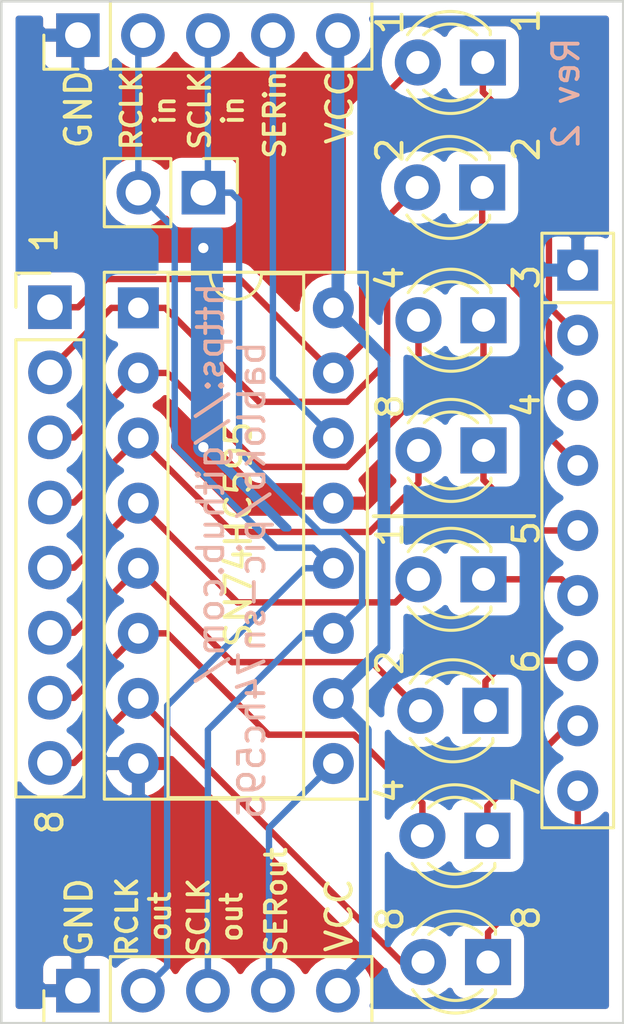
<source format=kicad_pcb>
(kicad_pcb (version 20171130) (host pcbnew 5.1.5-5.1.5)

  (general
    (thickness 1.6)
    (drawings 36)
    (tracks 119)
    (zones 0)
    (modules 14)
    (nets 23)
  )

  (page A4)
  (layers
    (0 F.Cu signal hide)
    (31 B.Cu signal hide)
    (32 B.Adhes user)
    (33 F.Adhes user)
    (34 B.Paste user)
    (35 F.Paste user)
    (36 B.SilkS user)
    (37 F.SilkS user)
    (38 B.Mask user)
    (39 F.Mask user)
    (40 Dwgs.User user)
    (41 Cmts.User user)
    (42 Eco1.User user)
    (43 Eco2.User user)
    (44 Edge.Cuts user)
    (45 Margin user)
    (46 B.CrtYd user)
    (47 F.CrtYd user)
    (48 B.Fab user)
    (49 F.Fab user)
  )

  (setup
    (last_trace_width 0.25)
    (trace_clearance 0.2)
    (zone_clearance 0.508)
    (zone_45_only no)
    (trace_min 0.2)
    (via_size 0.8)
    (via_drill 0.4)
    (via_min_size 0.4)
    (via_min_drill 0.3)
    (uvia_size 0.3)
    (uvia_drill 0.1)
    (uvias_allowed no)
    (uvia_min_size 0.2)
    (uvia_min_drill 0.1)
    (edge_width 0.1)
    (segment_width 0.2)
    (pcb_text_width 0.3)
    (pcb_text_size 1.5 1.5)
    (mod_edge_width 0.15)
    (mod_text_size 1 1)
    (mod_text_width 0.15)
    (pad_size 1.524 1.524)
    (pad_drill 0.762)
    (pad_to_mask_clearance 0)
    (aux_axis_origin 0 0)
    (visible_elements FFFFFF7F)
    (pcbplotparams
      (layerselection 0x010fc_ffffffff)
      (usegerberextensions false)
      (usegerberattributes false)
      (usegerberadvancedattributes false)
      (creategerberjobfile false)
      (excludeedgelayer true)
      (linewidth 0.100000)
      (plotframeref false)
      (viasonmask false)
      (mode 1)
      (useauxorigin false)
      (hpglpennumber 1)
      (hpglpenspeed 20)
      (hpglpendiameter 15.000000)
      (psnegative false)
      (psa4output false)
      (plotreference true)
      (plotvalue true)
      (plotinvisibletext false)
      (padsonsilk false)
      (subtractmaskfromsilk false)
      (outputformat 1)
      (mirror false)
      (drillshape 1)
      (scaleselection 1)
      (outputdirectory ""))
  )

  (net 0 "")
  (net 1 "Net-(D1-Pad1)")
  (net 2 "Net-(D2-Pad1)")
  (net 3 "Net-(D3-Pad1)")
  (net 4 "Net-(D4-Pad1)")
  (net 5 "Net-(D5-Pad1)")
  (net 6 "Net-(D6-Pad1)")
  (net 7 "Net-(D7-Pad1)")
  (net 8 "Net-(D8-Pad1)")
  (net 9 +5V)
  (net 10 "Net-(J1-Pad3)")
  (net 11 "Net-(J1-Pad2)")
  (net 12 GND)
  (net 13 /QA)
  (net 14 /QB)
  (net 15 /QC)
  (net 16 /QD)
  (net 17 /QE)
  (net 18 /QF)
  (net 19 /QG)
  (net 20 /QH)
  (net 21 "Net-(J1-Pad4)")
  (net 22 "Net-(J2-Pad4)")

  (net_class Default "Dies ist die voreingestellte Netzklasse."
    (clearance 0.2)
    (trace_width 0.25)
    (via_dia 0.8)
    (via_drill 0.4)
    (uvia_dia 0.3)
    (uvia_drill 0.1)
    (add_net /QA)
    (add_net /QB)
    (add_net /QC)
    (add_net /QD)
    (add_net /QE)
    (add_net /QF)
    (add_net /QG)
    (add_net /QH)
    (add_net GND)
    (add_net "Net-(D1-Pad1)")
    (add_net "Net-(D2-Pad1)")
    (add_net "Net-(D3-Pad1)")
    (add_net "Net-(D4-Pad1)")
    (add_net "Net-(D5-Pad1)")
    (add_net "Net-(D6-Pad1)")
    (add_net "Net-(D7-Pad1)")
    (add_net "Net-(D8-Pad1)")
    (add_net "Net-(J1-Pad2)")
    (add_net "Net-(J1-Pad3)")
    (add_net "Net-(J1-Pad4)")
    (add_net "Net-(J2-Pad4)")
  )

  (net_class 5V ""
    (clearance 0.2)
    (trace_width 0.5)
    (via_dia 0.8)
    (via_drill 0.4)
    (uvia_dia 0.3)
    (uvia_drill 0.1)
    (add_net +5V)
  )

  (module Connector_PinHeader_2.54mm:PinHeader_1x08_P2.54mm_Vertical (layer F.Cu) (tedit 59FED5CC) (tstamp 5EAB33EE)
    (at 82.6516 59.3852)
    (descr "Through hole straight pin header, 1x08, 2.54mm pitch, single row")
    (tags "Through hole pin header THT 1x08 2.54mm single row")
    (path /5EABABB9)
    (fp_text reference J4 (at 0 -2.33) (layer F.SilkS) hide
      (effects (font (size 1 1) (thickness 0.15)))
    )
    (fp_text value Conn_01x08_Male (at 0 20.11) (layer F.Fab)
      (effects (font (size 1 1) (thickness 0.15)))
    )
    (fp_text user %R (at 0 8.89 90) (layer F.Fab)
      (effects (font (size 1 1) (thickness 0.15)))
    )
    (fp_line (start 1.8 -1.8) (end -1.8 -1.8) (layer F.CrtYd) (width 0.05))
    (fp_line (start 1.8 19.55) (end 1.8 -1.8) (layer F.CrtYd) (width 0.05))
    (fp_line (start -1.8 19.55) (end 1.8 19.55) (layer F.CrtYd) (width 0.05))
    (fp_line (start -1.8 -1.8) (end -1.8 19.55) (layer F.CrtYd) (width 0.05))
    (fp_line (start -1.33 -1.33) (end 0 -1.33) (layer F.SilkS) (width 0.12))
    (fp_line (start -1.33 0) (end -1.33 -1.33) (layer F.SilkS) (width 0.12))
    (fp_line (start -1.33 1.27) (end 1.33 1.27) (layer F.SilkS) (width 0.12))
    (fp_line (start 1.33 1.27) (end 1.33 19.11) (layer F.SilkS) (width 0.12))
    (fp_line (start -1.33 1.27) (end -1.33 19.11) (layer F.SilkS) (width 0.12))
    (fp_line (start -1.33 19.11) (end 1.33 19.11) (layer F.SilkS) (width 0.12))
    (fp_line (start -1.27 -0.635) (end -0.635 -1.27) (layer F.Fab) (width 0.1))
    (fp_line (start -1.27 19.05) (end -1.27 -0.635) (layer F.Fab) (width 0.1))
    (fp_line (start 1.27 19.05) (end -1.27 19.05) (layer F.Fab) (width 0.1))
    (fp_line (start 1.27 -1.27) (end 1.27 19.05) (layer F.Fab) (width 0.1))
    (fp_line (start -0.635 -1.27) (end 1.27 -1.27) (layer F.Fab) (width 0.1))
    (pad 8 thru_hole oval (at 0 17.78) (size 1.7 1.7) (drill 1) (layers *.Cu *.Mask)
      (net 20 /QH))
    (pad 7 thru_hole oval (at 0 15.24) (size 1.7 1.7) (drill 1) (layers *.Cu *.Mask)
      (net 19 /QG))
    (pad 6 thru_hole oval (at 0 12.7) (size 1.7 1.7) (drill 1) (layers *.Cu *.Mask)
      (net 18 /QF))
    (pad 5 thru_hole oval (at 0 10.16) (size 1.7 1.7) (drill 1) (layers *.Cu *.Mask)
      (net 17 /QE))
    (pad 4 thru_hole oval (at 0 7.62) (size 1.7 1.7) (drill 1) (layers *.Cu *.Mask)
      (net 16 /QD))
    (pad 3 thru_hole oval (at 0 5.08) (size 1.7 1.7) (drill 1) (layers *.Cu *.Mask)
      (net 15 /QC))
    (pad 2 thru_hole oval (at 0 2.54) (size 1.7 1.7) (drill 1) (layers *.Cu *.Mask)
      (net 14 /QB))
    (pad 1 thru_hole rect (at 0 0) (size 1.7 1.7) (drill 1) (layers *.Cu *.Mask)
      (net 13 /QA))
    (model ${KISYS3DMOD}/Connector_PinHeader_2.54mm.3dshapes/PinHeader_1x08_P2.54mm_Vertical.wrl
      (at (xyz 0 0 0))
      (scale (xyz 1 1 1))
      (rotate (xyz 0 0 0))
    )
  )

  (module Connector_PinHeader_2.54mm:PinHeader_1x02_P2.54mm_Vertical (layer F.Cu) (tedit 59FED5CC) (tstamp 5EAB3A9A)
    (at 88.646 54.9148 270)
    (descr "Through hole straight pin header, 1x02, 2.54mm pitch, single row")
    (tags "Through hole pin header THT 1x02 2.54mm single row")
    (path /5EAB5239)
    (fp_text reference J3 (at 0 -2.33 90) (layer F.SilkS) hide
      (effects (font (size 1 1) (thickness 0.15)))
    )
    (fp_text value Jumper (at 0 4.87 90) (layer F.Fab)
      (effects (font (size 1 1) (thickness 0.15)))
    )
    (fp_text user %R (at 0 1.27) (layer F.Fab)
      (effects (font (size 1 1) (thickness 0.15)))
    )
    (fp_line (start 1.8 -1.8) (end -1.8 -1.8) (layer F.CrtYd) (width 0.05))
    (fp_line (start 1.8 4.35) (end 1.8 -1.8) (layer F.CrtYd) (width 0.05))
    (fp_line (start -1.8 4.35) (end 1.8 4.35) (layer F.CrtYd) (width 0.05))
    (fp_line (start -1.8 -1.8) (end -1.8 4.35) (layer F.CrtYd) (width 0.05))
    (fp_line (start -1.33 -1.33) (end 0 -1.33) (layer F.SilkS) (width 0.12))
    (fp_line (start -1.33 0) (end -1.33 -1.33) (layer F.SilkS) (width 0.12))
    (fp_line (start -1.33 1.27) (end 1.33 1.27) (layer F.SilkS) (width 0.12))
    (fp_line (start 1.33 1.27) (end 1.33 3.87) (layer F.SilkS) (width 0.12))
    (fp_line (start -1.33 1.27) (end -1.33 3.87) (layer F.SilkS) (width 0.12))
    (fp_line (start -1.33 3.87) (end 1.33 3.87) (layer F.SilkS) (width 0.12))
    (fp_line (start -1.27 -0.635) (end -0.635 -1.27) (layer F.Fab) (width 0.1))
    (fp_line (start -1.27 3.81) (end -1.27 -0.635) (layer F.Fab) (width 0.1))
    (fp_line (start 1.27 3.81) (end -1.27 3.81) (layer F.Fab) (width 0.1))
    (fp_line (start 1.27 -1.27) (end 1.27 3.81) (layer F.Fab) (width 0.1))
    (fp_line (start -0.635 -1.27) (end 1.27 -1.27) (layer F.Fab) (width 0.1))
    (pad 2 thru_hole oval (at 0 2.54 270) (size 1.7 1.7) (drill 1) (layers *.Cu *.Mask)
      (net 11 "Net-(J1-Pad2)"))
    (pad 1 thru_hole rect (at 0 0 270) (size 1.7 1.7) (drill 1) (layers *.Cu *.Mask)
      (net 10 "Net-(J1-Pad3)"))
    (model ${KISYS3DMOD}/Connector_PinHeader_2.54mm.3dshapes/PinHeader_1x02_P2.54mm_Vertical.wrl
      (at (xyz 0 0 0))
      (scale (xyz 1 1 1))
      (rotate (xyz 0 0 0))
    )
  )

  (module Connector_PinHeader_2.54mm:PinHeader_1x05_P2.54mm_Vertical (layer F.Cu) (tedit 59FED5CC) (tstamp 5E9D2939)
    (at 83.7438 86.0552 90)
    (descr "Through hole straight pin header, 1x05, 2.54mm pitch, single row")
    (tags "Through hole pin header THT 1x05 2.54mm single row")
    (path /5E9C427F)
    (fp_text reference J2 (at 0 -2.33 90) (layer F.SilkS) hide
      (effects (font (size 1 1) (thickness 0.15)))
    )
    (fp_text value Conn_01x05 (at 0 12.49 90) (layer F.Fab)
      (effects (font (size 1 1) (thickness 0.15)))
    )
    (fp_text user %R (at 0 5.08) (layer F.Fab)
      (effects (font (size 1 1) (thickness 0.15)))
    )
    (fp_line (start 1.8 -1.8) (end -1.8 -1.8) (layer F.CrtYd) (width 0.05))
    (fp_line (start 1.8 11.95) (end 1.8 -1.8) (layer F.CrtYd) (width 0.05))
    (fp_line (start -1.8 11.95) (end 1.8 11.95) (layer F.CrtYd) (width 0.05))
    (fp_line (start -1.8 -1.8) (end -1.8 11.95) (layer F.CrtYd) (width 0.05))
    (fp_line (start -1.33 -1.33) (end 0 -1.33) (layer F.SilkS) (width 0.12))
    (fp_line (start -1.33 0) (end -1.33 -1.33) (layer F.SilkS) (width 0.12))
    (fp_line (start -1.33 1.27) (end 1.33 1.27) (layer F.SilkS) (width 0.12))
    (fp_line (start 1.33 1.27) (end 1.33 11.49) (layer F.SilkS) (width 0.12))
    (fp_line (start -1.33 1.27) (end -1.33 11.49) (layer F.SilkS) (width 0.12))
    (fp_line (start -1.33 11.49) (end 1.33 11.49) (layer F.SilkS) (width 0.12))
    (fp_line (start -1.27 -0.635) (end -0.635 -1.27) (layer F.Fab) (width 0.1))
    (fp_line (start -1.27 11.43) (end -1.27 -0.635) (layer F.Fab) (width 0.1))
    (fp_line (start 1.27 11.43) (end -1.27 11.43) (layer F.Fab) (width 0.1))
    (fp_line (start 1.27 -1.27) (end 1.27 11.43) (layer F.Fab) (width 0.1))
    (fp_line (start -0.635 -1.27) (end 1.27 -1.27) (layer F.Fab) (width 0.1))
    (pad 5 thru_hole oval (at 0 10.16 90) (size 1.7 1.7) (drill 1) (layers *.Cu *.Mask)
      (net 9 +5V))
    (pad 4 thru_hole oval (at 0 7.62 90) (size 1.7 1.7) (drill 1) (layers *.Cu *.Mask)
      (net 22 "Net-(J2-Pad4)"))
    (pad 3 thru_hole oval (at 0 5.08 90) (size 1.7 1.7) (drill 1) (layers *.Cu *.Mask)
      (net 10 "Net-(J1-Pad3)"))
    (pad 2 thru_hole oval (at 0 2.54 90) (size 1.7 1.7) (drill 1) (layers *.Cu *.Mask)
      (net 11 "Net-(J1-Pad2)"))
    (pad 1 thru_hole rect (at 0 0 90) (size 1.7 1.7) (drill 1) (layers *.Cu *.Mask)
      (net 12 GND))
    (model ${KISYS3DMOD}/Connector_PinHeader_2.54mm.3dshapes/PinHeader_1x05_P2.54mm_Vertical.wrl
      (at (xyz 0 0 0))
      (scale (xyz 1 1 1))
      (rotate (xyz 0 0 0))
    )
  )

  (module Connector_PinHeader_2.54mm:PinHeader_1x05_P2.54mm_Vertical (layer F.Cu) (tedit 59FED5CC) (tstamp 5E9C9D15)
    (at 83.7438 48.768 90)
    (descr "Through hole straight pin header, 1x05, 2.54mm pitch, single row")
    (tags "Through hole pin header THT 1x05 2.54mm single row")
    (path /5E9B758D)
    (fp_text reference J1 (at 0 -2.33 90) (layer F.SilkS) hide
      (effects (font (size 1 1) (thickness 0.15)))
    )
    (fp_text value Conn_01x05 (at 0 12.49 90) (layer F.Fab)
      (effects (font (size 1 1) (thickness 0.15)))
    )
    (fp_text user %R (at 0 5.08) (layer F.Fab)
      (effects (font (size 1 1) (thickness 0.15)))
    )
    (fp_line (start 1.8 -1.8) (end -1.8 -1.8) (layer F.CrtYd) (width 0.05))
    (fp_line (start 1.8 11.95) (end 1.8 -1.8) (layer F.CrtYd) (width 0.05))
    (fp_line (start -1.8 11.95) (end 1.8 11.95) (layer F.CrtYd) (width 0.05))
    (fp_line (start -1.8 -1.8) (end -1.8 11.95) (layer F.CrtYd) (width 0.05))
    (fp_line (start -1.33 -1.33) (end 0 -1.33) (layer F.SilkS) (width 0.12))
    (fp_line (start -1.33 0) (end -1.33 -1.33) (layer F.SilkS) (width 0.12))
    (fp_line (start -1.33 1.27) (end 1.33 1.27) (layer F.SilkS) (width 0.12))
    (fp_line (start 1.33 1.27) (end 1.33 11.49) (layer F.SilkS) (width 0.12))
    (fp_line (start -1.33 1.27) (end -1.33 11.49) (layer F.SilkS) (width 0.12))
    (fp_line (start -1.33 11.49) (end 1.33 11.49) (layer F.SilkS) (width 0.12))
    (fp_line (start -1.27 -0.635) (end -0.635 -1.27) (layer F.Fab) (width 0.1))
    (fp_line (start -1.27 11.43) (end -1.27 -0.635) (layer F.Fab) (width 0.1))
    (fp_line (start 1.27 11.43) (end -1.27 11.43) (layer F.Fab) (width 0.1))
    (fp_line (start 1.27 -1.27) (end 1.27 11.43) (layer F.Fab) (width 0.1))
    (fp_line (start -0.635 -1.27) (end 1.27 -1.27) (layer F.Fab) (width 0.1))
    (pad 5 thru_hole oval (at 0 10.16 90) (size 1.7 1.7) (drill 1) (layers *.Cu *.Mask)
      (net 9 +5V))
    (pad 4 thru_hole oval (at 0 7.62 90) (size 1.7 1.7) (drill 1) (layers *.Cu *.Mask)
      (net 21 "Net-(J1-Pad4)"))
    (pad 3 thru_hole oval (at 0 5.08 90) (size 1.7 1.7) (drill 1) (layers *.Cu *.Mask)
      (net 10 "Net-(J1-Pad3)"))
    (pad 2 thru_hole oval (at 0 2.54 90) (size 1.7 1.7) (drill 1) (layers *.Cu *.Mask)
      (net 11 "Net-(J1-Pad2)"))
    (pad 1 thru_hole rect (at 0 0 90) (size 1.7 1.7) (drill 1) (layers *.Cu *.Mask)
      (net 12 GND))
    (model ${KISYS3DMOD}/Connector_PinHeader_2.54mm.3dshapes/PinHeader_1x05_P2.54mm_Vertical.wrl
      (at (xyz 0 0 0))
      (scale (xyz 1 1 1))
      (rotate (xyz 0 0 0))
    )
  )

  (module LED_THT:LED_D3.0mm (layer F.Cu) (tedit 587A3A7B) (tstamp 5E9C9CFD)
    (at 99.7712 84.9376 180)
    (descr "LED, diameter 3.0mm, 2 pins")
    (tags "LED diameter 3.0mm 2 pins")
    (path /5E9DBAA0)
    (fp_text reference D8 (at -2.6162 -1.0922) (layer F.SilkS) hide
      (effects (font (size 1 1) (thickness 0.15)))
    )
    (fp_text value LED (at 1.27 2.96) (layer F.Fab)
      (effects (font (size 1 1) (thickness 0.15)))
    )
    (fp_line (start 3.7 -2.25) (end -1.15 -2.25) (layer F.CrtYd) (width 0.05))
    (fp_line (start 3.7 2.25) (end 3.7 -2.25) (layer F.CrtYd) (width 0.05))
    (fp_line (start -1.15 2.25) (end 3.7 2.25) (layer F.CrtYd) (width 0.05))
    (fp_line (start -1.15 -2.25) (end -1.15 2.25) (layer F.CrtYd) (width 0.05))
    (fp_line (start -0.29 1.08) (end -0.29 1.236) (layer F.SilkS) (width 0.12))
    (fp_line (start -0.29 -1.236) (end -0.29 -1.08) (layer F.SilkS) (width 0.12))
    (fp_line (start -0.23 -1.16619) (end -0.23 1.16619) (layer F.Fab) (width 0.1))
    (fp_circle (center 1.27 0) (end 2.77 0) (layer F.Fab) (width 0.1))
    (fp_arc (start 1.27 0) (end 0.229039 1.08) (angle -87.9) (layer F.SilkS) (width 0.12))
    (fp_arc (start 1.27 0) (end 0.229039 -1.08) (angle 87.9) (layer F.SilkS) (width 0.12))
    (fp_arc (start 1.27 0) (end -0.29 1.235516) (angle -108.8) (layer F.SilkS) (width 0.12))
    (fp_arc (start 1.27 0) (end -0.29 -1.235516) (angle 108.8) (layer F.SilkS) (width 0.12))
    (fp_arc (start 1.27 0) (end -0.23 -1.16619) (angle 284.3) (layer F.Fab) (width 0.1))
    (pad 2 thru_hole circle (at 2.54 0 180) (size 1.8 1.8) (drill 0.9) (layers *.Cu *.Mask)
      (net 20 /QH))
    (pad 1 thru_hole rect (at 0 0 180) (size 1.8 1.8) (drill 0.9) (layers *.Cu *.Mask)
      (net 8 "Net-(D8-Pad1)"))
    (model ${KISYS3DMOD}/LED_THT.3dshapes/LED_D3.0mm.wrl
      (at (xyz 0 0 0))
      (scale (xyz 1 1 1))
      (rotate (xyz 0 0 0))
    )
  )

  (module LED_THT:LED_D3.0mm (layer F.Cu) (tedit 587A3A7B) (tstamp 5E9C9CA7)
    (at 99.6696 75.1332 180)
    (descr "LED, diameter 3.0mm, 2 pins")
    (tags "LED diameter 3.0mm 2 pins")
    (path /5E9D86CB)
    (fp_text reference D6 (at 1.27 -2.96) (layer F.SilkS) hide
      (effects (font (size 1 1) (thickness 0.15)))
    )
    (fp_text value LED (at 1.27 2.96) (layer F.Fab)
      (effects (font (size 1 1) (thickness 0.15)))
    )
    (fp_line (start 3.7 -2.25) (end -1.15 -2.25) (layer F.CrtYd) (width 0.05))
    (fp_line (start 3.7 2.25) (end 3.7 -2.25) (layer F.CrtYd) (width 0.05))
    (fp_line (start -1.15 2.25) (end 3.7 2.25) (layer F.CrtYd) (width 0.05))
    (fp_line (start -1.15 -2.25) (end -1.15 2.25) (layer F.CrtYd) (width 0.05))
    (fp_line (start -0.29 1.08) (end -0.29 1.236) (layer F.SilkS) (width 0.12))
    (fp_line (start -0.29 -1.236) (end -0.29 -1.08) (layer F.SilkS) (width 0.12))
    (fp_line (start -0.23 -1.16619) (end -0.23 1.16619) (layer F.Fab) (width 0.1))
    (fp_circle (center 1.27 0) (end 2.77 0) (layer F.Fab) (width 0.1))
    (fp_arc (start 1.27 0) (end 0.229039 1.08) (angle -87.9) (layer F.SilkS) (width 0.12))
    (fp_arc (start 1.27 0) (end 0.229039 -1.08) (angle 87.9) (layer F.SilkS) (width 0.12))
    (fp_arc (start 1.27 0) (end -0.29 1.235516) (angle -108.8) (layer F.SilkS) (width 0.12))
    (fp_arc (start 1.27 0) (end -0.29 -1.235516) (angle 108.8) (layer F.SilkS) (width 0.12))
    (fp_arc (start 1.27 0) (end -0.23 -1.16619) (angle 284.3) (layer F.Fab) (width 0.1))
    (pad 2 thru_hole circle (at 2.54 0 180) (size 1.8 1.8) (drill 0.9) (layers *.Cu *.Mask)
      (net 18 /QF))
    (pad 1 thru_hole rect (at 0 0 180) (size 1.8 1.8) (drill 0.9) (layers *.Cu *.Mask)
      (net 6 "Net-(D6-Pad1)"))
    (model ${KISYS3DMOD}/LED_THT.3dshapes/LED_D3.0mm.wrl
      (at (xyz 0 0 0))
      (scale (xyz 1 1 1))
      (rotate (xyz 0 0 0))
    )
  )

  (module LED_THT:LED_D3.0mm (layer F.Cu) (tedit 587A3A7B) (tstamp 5E9C9CD2)
    (at 99.7458 80.01 180)
    (descr "LED, diameter 3.0mm, 2 pins")
    (tags "LED diameter 3.0mm 2 pins")
    (path /5E9D3CA5)
    (fp_text reference D7 (at 1.27 -2.96) (layer F.SilkS) hide
      (effects (font (size 1 1) (thickness 0.15)))
    )
    (fp_text value LED (at 1.27 2.96) (layer F.Fab)
      (effects (font (size 1 1) (thickness 0.15)))
    )
    (fp_line (start 3.7 -2.25) (end -1.15 -2.25) (layer F.CrtYd) (width 0.05))
    (fp_line (start 3.7 2.25) (end 3.7 -2.25) (layer F.CrtYd) (width 0.05))
    (fp_line (start -1.15 2.25) (end 3.7 2.25) (layer F.CrtYd) (width 0.05))
    (fp_line (start -1.15 -2.25) (end -1.15 2.25) (layer F.CrtYd) (width 0.05))
    (fp_line (start -0.29 1.08) (end -0.29 1.236) (layer F.SilkS) (width 0.12))
    (fp_line (start -0.29 -1.236) (end -0.29 -1.08) (layer F.SilkS) (width 0.12))
    (fp_line (start -0.23 -1.16619) (end -0.23 1.16619) (layer F.Fab) (width 0.1))
    (fp_circle (center 1.27 0) (end 2.77 0) (layer F.Fab) (width 0.1))
    (fp_arc (start 1.27 0) (end 0.229039 1.08) (angle -87.9) (layer F.SilkS) (width 0.12))
    (fp_arc (start 1.27 0) (end 0.229039 -1.08) (angle 87.9) (layer F.SilkS) (width 0.12))
    (fp_arc (start 1.27 0) (end -0.29 1.235516) (angle -108.8) (layer F.SilkS) (width 0.12))
    (fp_arc (start 1.27 0) (end -0.29 -1.235516) (angle 108.8) (layer F.SilkS) (width 0.12))
    (fp_arc (start 1.27 0) (end -0.23 -1.16619) (angle 284.3) (layer F.Fab) (width 0.1))
    (pad 2 thru_hole circle (at 2.54 0 180) (size 1.8 1.8) (drill 0.9) (layers *.Cu *.Mask)
      (net 19 /QG))
    (pad 1 thru_hole rect (at 0 0 180) (size 1.8 1.8) (drill 0.9) (layers *.Cu *.Mask)
      (net 7 "Net-(D7-Pad1)"))
    (model ${KISYS3DMOD}/LED_THT.3dshapes/LED_D3.0mm.wrl
      (at (xyz 0 0 0))
      (scale (xyz 1 1 1))
      (rotate (xyz 0 0 0))
    )
  )

  (module LED_THT:LED_D3.0mm (layer F.Cu) (tedit 587A3A7B) (tstamp 5E9C9C7C)
    (at 99.5934 70.0024 180)
    (descr "LED, diameter 3.0mm, 2 pins")
    (tags "LED diameter 3.0mm 2 pins")
    (path /5E9D91D4)
    (fp_text reference D5 (at 1.27 -2.96) (layer F.SilkS) hide
      (effects (font (size 1 1) (thickness 0.15)))
    )
    (fp_text value LED (at 1.27 2.96) (layer F.Fab)
      (effects (font (size 1 1) (thickness 0.15)))
    )
    (fp_line (start 3.7 -2.25) (end -1.15 -2.25) (layer F.CrtYd) (width 0.05))
    (fp_line (start 3.7 2.25) (end 3.7 -2.25) (layer F.CrtYd) (width 0.05))
    (fp_line (start -1.15 2.25) (end 3.7 2.25) (layer F.CrtYd) (width 0.05))
    (fp_line (start -1.15 -2.25) (end -1.15 2.25) (layer F.CrtYd) (width 0.05))
    (fp_line (start -0.29 1.08) (end -0.29 1.236) (layer F.SilkS) (width 0.12))
    (fp_line (start -0.29 -1.236) (end -0.29 -1.08) (layer F.SilkS) (width 0.12))
    (fp_line (start -0.23 -1.16619) (end -0.23 1.16619) (layer F.Fab) (width 0.1))
    (fp_circle (center 1.27 0) (end 2.77 0) (layer F.Fab) (width 0.1))
    (fp_arc (start 1.27 0) (end 0.229039 1.08) (angle -87.9) (layer F.SilkS) (width 0.12))
    (fp_arc (start 1.27 0) (end 0.229039 -1.08) (angle 87.9) (layer F.SilkS) (width 0.12))
    (fp_arc (start 1.27 0) (end -0.29 1.235516) (angle -108.8) (layer F.SilkS) (width 0.12))
    (fp_arc (start 1.27 0) (end -0.29 -1.235516) (angle 108.8) (layer F.SilkS) (width 0.12))
    (fp_arc (start 1.27 0) (end -0.23 -1.16619) (angle 284.3) (layer F.Fab) (width 0.1))
    (pad 2 thru_hole circle (at 2.54 0 180) (size 1.8 1.8) (drill 0.9) (layers *.Cu *.Mask)
      (net 17 /QE))
    (pad 1 thru_hole rect (at 0 0 180) (size 1.8 1.8) (drill 0.9) (layers *.Cu *.Mask)
      (net 5 "Net-(D5-Pad1)"))
    (model ${KISYS3DMOD}/LED_THT.3dshapes/LED_D3.0mm.wrl
      (at (xyz 0 0 0))
      (scale (xyz 1 1 1))
      (rotate (xyz 0 0 0))
    )
  )

  (module LED_THT:LED_D3.0mm (layer F.Cu) (tedit 587A3A7B) (tstamp 5E9C9C51)
    (at 99.5934 64.9732 180)
    (descr "LED, diameter 3.0mm, 2 pins")
    (tags "LED diameter 3.0mm 2 pins")
    (path /5E9D9ADE)
    (fp_text reference D4 (at 1.27 -2.96) (layer F.SilkS) hide
      (effects (font (size 1 1) (thickness 0.15)))
    )
    (fp_text value LED (at 1.27 2.96) (layer F.Fab)
      (effects (font (size 1 1) (thickness 0.15)))
    )
    (fp_line (start 3.7 -2.25) (end -1.15 -2.25) (layer F.CrtYd) (width 0.05))
    (fp_line (start 3.7 2.25) (end 3.7 -2.25) (layer F.CrtYd) (width 0.05))
    (fp_line (start -1.15 2.25) (end 3.7 2.25) (layer F.CrtYd) (width 0.05))
    (fp_line (start -1.15 -2.25) (end -1.15 2.25) (layer F.CrtYd) (width 0.05))
    (fp_line (start -0.29 1.08) (end -0.29 1.236) (layer F.SilkS) (width 0.12))
    (fp_line (start -0.29 -1.236) (end -0.29 -1.08) (layer F.SilkS) (width 0.12))
    (fp_line (start -0.23 -1.16619) (end -0.23 1.16619) (layer F.Fab) (width 0.1))
    (fp_circle (center 1.27 0) (end 2.77 0) (layer F.Fab) (width 0.1))
    (fp_arc (start 1.27 0) (end 0.229039 1.08) (angle -87.9) (layer F.SilkS) (width 0.12))
    (fp_arc (start 1.27 0) (end 0.229039 -1.08) (angle 87.9) (layer F.SilkS) (width 0.12))
    (fp_arc (start 1.27 0) (end -0.29 1.235516) (angle -108.8) (layer F.SilkS) (width 0.12))
    (fp_arc (start 1.27 0) (end -0.29 -1.235516) (angle 108.8) (layer F.SilkS) (width 0.12))
    (fp_arc (start 1.27 0) (end -0.23 -1.16619) (angle 284.3) (layer F.Fab) (width 0.1))
    (pad 2 thru_hole circle (at 2.54 0 180) (size 1.8 1.8) (drill 0.9) (layers *.Cu *.Mask)
      (net 16 /QD))
    (pad 1 thru_hole rect (at 0 0 180) (size 1.8 1.8) (drill 0.9) (layers *.Cu *.Mask)
      (net 4 "Net-(D4-Pad1)"))
    (model ${KISYS3DMOD}/LED_THT.3dshapes/LED_D3.0mm.wrl
      (at (xyz 0 0 0))
      (scale (xyz 1 1 1))
      (rotate (xyz 0 0 0))
    )
  )

  (module LED_THT:LED_D3.0mm (layer F.Cu) (tedit 587A3A7B) (tstamp 5E9C9C26)
    (at 99.5934 59.8932 180)
    (descr "LED, diameter 3.0mm, 2 pins")
    (tags "LED diameter 3.0mm 2 pins")
    (path /5E9DA217)
    (fp_text reference D3 (at 1.27 -2.96) (layer F.SilkS) hide
      (effects (font (size 1 1) (thickness 0.15)))
    )
    (fp_text value LED (at 1.27 2.96) (layer F.Fab)
      (effects (font (size 1 1) (thickness 0.15)))
    )
    (fp_line (start 3.7 -2.25) (end -1.15 -2.25) (layer F.CrtYd) (width 0.05))
    (fp_line (start 3.7 2.25) (end 3.7 -2.25) (layer F.CrtYd) (width 0.05))
    (fp_line (start -1.15 2.25) (end 3.7 2.25) (layer F.CrtYd) (width 0.05))
    (fp_line (start -1.15 -2.25) (end -1.15 2.25) (layer F.CrtYd) (width 0.05))
    (fp_line (start -0.29 1.08) (end -0.29 1.236) (layer F.SilkS) (width 0.12))
    (fp_line (start -0.29 -1.236) (end -0.29 -1.08) (layer F.SilkS) (width 0.12))
    (fp_line (start -0.23 -1.16619) (end -0.23 1.16619) (layer F.Fab) (width 0.1))
    (fp_circle (center 1.27 0) (end 2.77 0) (layer F.Fab) (width 0.1))
    (fp_arc (start 1.27 0) (end 0.229039 1.08) (angle -87.9) (layer F.SilkS) (width 0.12))
    (fp_arc (start 1.27 0) (end 0.229039 -1.08) (angle 87.9) (layer F.SilkS) (width 0.12))
    (fp_arc (start 1.27 0) (end -0.29 1.235516) (angle -108.8) (layer F.SilkS) (width 0.12))
    (fp_arc (start 1.27 0) (end -0.29 -1.235516) (angle 108.8) (layer F.SilkS) (width 0.12))
    (fp_arc (start 1.27 0) (end -0.23 -1.16619) (angle 284.3) (layer F.Fab) (width 0.1))
    (pad 2 thru_hole circle (at 2.54 0 180) (size 1.8 1.8) (drill 0.9) (layers *.Cu *.Mask)
      (net 15 /QC))
    (pad 1 thru_hole rect (at 0 0 180) (size 1.8 1.8) (drill 0.9) (layers *.Cu *.Mask)
      (net 3 "Net-(D3-Pad1)"))
    (model ${KISYS3DMOD}/LED_THT.3dshapes/LED_D3.0mm.wrl
      (at (xyz 0 0 0))
      (scale (xyz 1 1 1))
      (rotate (xyz 0 0 0))
    )
  )

  (module LED_THT:LED_D3.0mm (layer F.Cu) (tedit 587A3A7B) (tstamp 5E9C9BFB)
    (at 99.5426 54.7116 180)
    (descr "LED, diameter 3.0mm, 2 pins")
    (tags "LED diameter 3.0mm 2 pins")
    (path /5E9DAD3E)
    (fp_text reference D2 (at 1.27 -2.96) (layer F.SilkS) hide
      (effects (font (size 1 1) (thickness 0.15)))
    )
    (fp_text value LED (at 1.27 2.96) (layer F.Fab)
      (effects (font (size 1 1) (thickness 0.15)))
    )
    (fp_line (start 3.7 -2.25) (end -1.15 -2.25) (layer F.CrtYd) (width 0.05))
    (fp_line (start 3.7 2.25) (end 3.7 -2.25) (layer F.CrtYd) (width 0.05))
    (fp_line (start -1.15 2.25) (end 3.7 2.25) (layer F.CrtYd) (width 0.05))
    (fp_line (start -1.15 -2.25) (end -1.15 2.25) (layer F.CrtYd) (width 0.05))
    (fp_line (start -0.29 1.08) (end -0.29 1.236) (layer F.SilkS) (width 0.12))
    (fp_line (start -0.29 -1.236) (end -0.29 -1.08) (layer F.SilkS) (width 0.12))
    (fp_line (start -0.23 -1.16619) (end -0.23 1.16619) (layer F.Fab) (width 0.1))
    (fp_circle (center 1.27 0) (end 2.77 0) (layer F.Fab) (width 0.1))
    (fp_arc (start 1.27 0) (end 0.229039 1.08) (angle -87.9) (layer F.SilkS) (width 0.12))
    (fp_arc (start 1.27 0) (end 0.229039 -1.08) (angle 87.9) (layer F.SilkS) (width 0.12))
    (fp_arc (start 1.27 0) (end -0.29 1.235516) (angle -108.8) (layer F.SilkS) (width 0.12))
    (fp_arc (start 1.27 0) (end -0.29 -1.235516) (angle 108.8) (layer F.SilkS) (width 0.12))
    (fp_arc (start 1.27 0) (end -0.23 -1.16619) (angle 284.3) (layer F.Fab) (width 0.1))
    (pad 2 thru_hole circle (at 2.54 0 180) (size 1.8 1.8) (drill 0.9) (layers *.Cu *.Mask)
      (net 14 /QB))
    (pad 1 thru_hole rect (at 0 0 180) (size 1.8 1.8) (drill 0.9) (layers *.Cu *.Mask)
      (net 2 "Net-(D2-Pad1)"))
    (model ${KISYS3DMOD}/LED_THT.3dshapes/LED_D3.0mm.wrl
      (at (xyz 0 0 0))
      (scale (xyz 1 1 1))
      (rotate (xyz 0 0 0))
    )
  )

  (module LED_THT:LED_D3.0mm (layer F.Cu) (tedit 587A3A7B) (tstamp 5E9C9BD0)
    (at 99.568 49.8348 180)
    (descr "LED, diameter 3.0mm, 2 pins")
    (tags "LED diameter 3.0mm 2 pins")
    (path /5E9DC6C9)
    (fp_text reference D1 (at -2.4638 -1.1938) (layer F.SilkS) hide
      (effects (font (size 1 1) (thickness 0.15)))
    )
    (fp_text value LED (at 1.27 2.96) (layer F.Fab)
      (effects (font (size 1 1) (thickness 0.15)))
    )
    (fp_arc (start 1.27 0) (end -0.23 -1.16619) (angle 284.3) (layer F.Fab) (width 0.1))
    (fp_arc (start 1.27 0) (end -0.29 -1.235516) (angle 108.8) (layer F.SilkS) (width 0.12))
    (fp_arc (start 1.27 0) (end -0.29 1.235516) (angle -108.8) (layer F.SilkS) (width 0.12))
    (fp_arc (start 1.27 0) (end 0.229039 -1.08) (angle 87.9) (layer F.SilkS) (width 0.12))
    (fp_arc (start 1.27 0) (end 0.229039 1.08) (angle -87.9) (layer F.SilkS) (width 0.12))
    (fp_circle (center 1.27 0) (end 2.77 0) (layer F.Fab) (width 0.1))
    (fp_line (start -0.23 -1.16619) (end -0.23 1.16619) (layer F.Fab) (width 0.1))
    (fp_line (start -0.29 -1.236) (end -0.29 -1.08) (layer F.SilkS) (width 0.12))
    (fp_line (start -0.29 1.08) (end -0.29 1.236) (layer F.SilkS) (width 0.12))
    (fp_line (start -1.15 -2.25) (end -1.15 2.25) (layer F.CrtYd) (width 0.05))
    (fp_line (start -1.15 2.25) (end 3.7 2.25) (layer F.CrtYd) (width 0.05))
    (fp_line (start 3.7 2.25) (end 3.7 -2.25) (layer F.CrtYd) (width 0.05))
    (fp_line (start 3.7 -2.25) (end -1.15 -2.25) (layer F.CrtYd) (width 0.05))
    (pad 1 thru_hole rect (at 0 0 180) (size 1.8 1.8) (drill 0.9) (layers *.Cu *.Mask)
      (net 1 "Net-(D1-Pad1)"))
    (pad 2 thru_hole circle (at 2.54 0 180) (size 1.8 1.8) (drill 0.9) (layers *.Cu *.Mask)
      (net 13 /QA))
    (model ${KISYS3DMOD}/LED_THT.3dshapes/LED_D3.0mm.wrl
      (at (xyz 0 0 0))
      (scale (xyz 1 1 1))
      (rotate (xyz 0 0 0))
    )
  )

  (module Package_DIP:DIP-16_W7.62mm_Socket (layer F.Cu) (tedit 5A02E8C5) (tstamp 5E9C9D73)
    (at 86.106 59.4106)
    (descr "16-lead though-hole mounted DIP package, row spacing 7.62 mm (300 mils), Socket")
    (tags "THT DIP DIL PDIP 2.54mm 7.62mm 300mil Socket")
    (path /5E74F99F)
    (fp_text reference U2 (at 3.81 -2.33) (layer F.SilkS) hide
      (effects (font (size 1 1) (thickness 0.15)))
    )
    (fp_text value 74HC595 (at 3.81 20.11) (layer F.Fab)
      (effects (font (size 1 1) (thickness 0.15)))
    )
    (fp_text user %R (at 3.81 8.89) (layer F.Fab)
      (effects (font (size 1 1) (thickness 0.15)))
    )
    (fp_line (start 9.15 -1.6) (end -1.55 -1.6) (layer F.CrtYd) (width 0.05))
    (fp_line (start 9.15 19.4) (end 9.15 -1.6) (layer F.CrtYd) (width 0.05))
    (fp_line (start -1.55 19.4) (end 9.15 19.4) (layer F.CrtYd) (width 0.05))
    (fp_line (start -1.55 -1.6) (end -1.55 19.4) (layer F.CrtYd) (width 0.05))
    (fp_line (start 8.95 -1.39) (end -1.33 -1.39) (layer F.SilkS) (width 0.12))
    (fp_line (start 8.95 19.17) (end 8.95 -1.39) (layer F.SilkS) (width 0.12))
    (fp_line (start -1.33 19.17) (end 8.95 19.17) (layer F.SilkS) (width 0.12))
    (fp_line (start -1.33 -1.39) (end -1.33 19.17) (layer F.SilkS) (width 0.12))
    (fp_line (start 6.46 -1.33) (end 4.81 -1.33) (layer F.SilkS) (width 0.12))
    (fp_line (start 6.46 19.11) (end 6.46 -1.33) (layer F.SilkS) (width 0.12))
    (fp_line (start 1.16 19.11) (end 6.46 19.11) (layer F.SilkS) (width 0.12))
    (fp_line (start 1.16 -1.33) (end 1.16 19.11) (layer F.SilkS) (width 0.12))
    (fp_line (start 2.81 -1.33) (end 1.16 -1.33) (layer F.SilkS) (width 0.12))
    (fp_line (start 8.89 -1.33) (end -1.27 -1.33) (layer F.Fab) (width 0.1))
    (fp_line (start 8.89 19.11) (end 8.89 -1.33) (layer F.Fab) (width 0.1))
    (fp_line (start -1.27 19.11) (end 8.89 19.11) (layer F.Fab) (width 0.1))
    (fp_line (start -1.27 -1.33) (end -1.27 19.11) (layer F.Fab) (width 0.1))
    (fp_line (start 0.635 -0.27) (end 1.635 -1.27) (layer F.Fab) (width 0.1))
    (fp_line (start 0.635 19.05) (end 0.635 -0.27) (layer F.Fab) (width 0.1))
    (fp_line (start 6.985 19.05) (end 0.635 19.05) (layer F.Fab) (width 0.1))
    (fp_line (start 6.985 -1.27) (end 6.985 19.05) (layer F.Fab) (width 0.1))
    (fp_line (start 1.635 -1.27) (end 6.985 -1.27) (layer F.Fab) (width 0.1))
    (fp_arc (start 3.81 -1.33) (end 2.81 -1.33) (angle -180) (layer F.SilkS) (width 0.12))
    (pad 16 thru_hole oval (at 7.62 0) (size 1.6 1.6) (drill 0.8) (layers *.Cu *.Mask)
      (net 9 +5V))
    (pad 8 thru_hole oval (at 0 17.78) (size 1.6 1.6) (drill 0.8) (layers *.Cu *.Mask)
      (net 12 GND))
    (pad 15 thru_hole oval (at 7.62 2.54) (size 1.6 1.6) (drill 0.8) (layers *.Cu *.Mask)
      (net 13 /QA))
    (pad 7 thru_hole oval (at 0 15.24) (size 1.6 1.6) (drill 0.8) (layers *.Cu *.Mask)
      (net 20 /QH))
    (pad 14 thru_hole oval (at 7.62 5.08) (size 1.6 1.6) (drill 0.8) (layers *.Cu *.Mask)
      (net 21 "Net-(J1-Pad4)"))
    (pad 6 thru_hole oval (at 0 12.7) (size 1.6 1.6) (drill 0.8) (layers *.Cu *.Mask)
      (net 19 /QG))
    (pad 13 thru_hole oval (at 7.62 7.62) (size 1.6 1.6) (drill 0.8) (layers *.Cu *.Mask)
      (net 12 GND))
    (pad 5 thru_hole oval (at 0 10.16) (size 1.6 1.6) (drill 0.8) (layers *.Cu *.Mask)
      (net 18 /QF))
    (pad 12 thru_hole oval (at 7.62 10.16) (size 1.6 1.6) (drill 0.8) (layers *.Cu *.Mask)
      (net 11 "Net-(J1-Pad2)"))
    (pad 4 thru_hole oval (at 0 7.62) (size 1.6 1.6) (drill 0.8) (layers *.Cu *.Mask)
      (net 17 /QE))
    (pad 11 thru_hole oval (at 7.62 12.7) (size 1.6 1.6) (drill 0.8) (layers *.Cu *.Mask)
      (net 10 "Net-(J1-Pad3)"))
    (pad 3 thru_hole oval (at 0 5.08) (size 1.6 1.6) (drill 0.8) (layers *.Cu *.Mask)
      (net 16 /QD))
    (pad 10 thru_hole oval (at 7.62 15.24) (size 1.6 1.6) (drill 0.8) (layers *.Cu *.Mask)
      (net 9 +5V))
    (pad 2 thru_hole oval (at 0 2.54) (size 1.6 1.6) (drill 0.8) (layers *.Cu *.Mask)
      (net 15 /QC))
    (pad 9 thru_hole oval (at 7.62 17.78) (size 1.6 1.6) (drill 0.8) (layers *.Cu *.Mask)
      (net 22 "Net-(J2-Pad4)"))
    (pad 1 thru_hole rect (at 0 0) (size 1.6 1.6) (drill 0.8) (layers *.Cu *.Mask)
      (net 14 /QB))
    (model ${KISYS3DMOD}/Package_DIP.3dshapes/DIP-16_W7.62mm_Socket.wrl
      (at (xyz 0 0 0))
      (scale (xyz 1 1 1))
      (rotate (xyz 0 0 0))
    )
  )

  (module Resistor_THT:R_Array_SIP9 (layer F.Cu) (tedit 5A14249F) (tstamp 5EAB3ADF)
    (at 103.2764 57.9374 270)
    (descr "9-pin Resistor SIP pack")
    (tags R)
    (path /5E9E3741)
    (fp_text reference RN1 (at -3.3274 -0.3048 90) (layer F.SilkS) hide
      (effects (font (size 1 1) (thickness 0.15)))
    )
    (fp_text value 680 (at 11.43 2.4 90) (layer F.Fab)
      (effects (font (size 1 1) (thickness 0.15)))
    )
    (fp_line (start 22.05 -1.65) (end -1.7 -1.65) (layer F.CrtYd) (width 0.05))
    (fp_line (start 22.05 1.65) (end 22.05 -1.65) (layer F.CrtYd) (width 0.05))
    (fp_line (start -1.7 1.65) (end 22.05 1.65) (layer F.CrtYd) (width 0.05))
    (fp_line (start -1.7 -1.65) (end -1.7 1.65) (layer F.CrtYd) (width 0.05))
    (fp_line (start 1.27 -1.4) (end 1.27 1.4) (layer F.SilkS) (width 0.12))
    (fp_line (start 21.76 -1.4) (end -1.44 -1.4) (layer F.SilkS) (width 0.12))
    (fp_line (start 21.76 1.4) (end 21.76 -1.4) (layer F.SilkS) (width 0.12))
    (fp_line (start -1.44 1.4) (end 21.76 1.4) (layer F.SilkS) (width 0.12))
    (fp_line (start -1.44 -1.4) (end -1.44 1.4) (layer F.SilkS) (width 0.12))
    (fp_line (start 1.27 -1.25) (end 1.27 1.25) (layer F.Fab) (width 0.1))
    (fp_line (start 21.61 -1.25) (end -1.29 -1.25) (layer F.Fab) (width 0.1))
    (fp_line (start 21.61 1.25) (end 21.61 -1.25) (layer F.Fab) (width 0.1))
    (fp_line (start -1.29 1.25) (end 21.61 1.25) (layer F.Fab) (width 0.1))
    (fp_line (start -1.29 -1.25) (end -1.29 1.25) (layer F.Fab) (width 0.1))
    (fp_text user %R (at 10.16 0 90) (layer F.Fab)
      (effects (font (size 1 1) (thickness 0.15)))
    )
    (pad 9 thru_hole oval (at 20.32 0 270) (size 1.6 1.6) (drill 0.8) (layers *.Cu *.Mask)
      (net 8 "Net-(D8-Pad1)"))
    (pad 8 thru_hole oval (at 17.78 0 270) (size 1.6 1.6) (drill 0.8) (layers *.Cu *.Mask)
      (net 7 "Net-(D7-Pad1)"))
    (pad 7 thru_hole oval (at 15.24 0 270) (size 1.6 1.6) (drill 0.8) (layers *.Cu *.Mask)
      (net 6 "Net-(D6-Pad1)"))
    (pad 6 thru_hole oval (at 12.7 0 270) (size 1.6 1.6) (drill 0.8) (layers *.Cu *.Mask)
      (net 5 "Net-(D5-Pad1)"))
    (pad 5 thru_hole oval (at 10.16 0 270) (size 1.6 1.6) (drill 0.8) (layers *.Cu *.Mask)
      (net 4 "Net-(D4-Pad1)"))
    (pad 4 thru_hole oval (at 7.62 0 270) (size 1.6 1.6) (drill 0.8) (layers *.Cu *.Mask)
      (net 3 "Net-(D3-Pad1)"))
    (pad 3 thru_hole oval (at 5.08 0 270) (size 1.6 1.6) (drill 0.8) (layers *.Cu *.Mask)
      (net 2 "Net-(D2-Pad1)"))
    (pad 2 thru_hole oval (at 2.54 0 270) (size 1.6 1.6) (drill 0.8) (layers *.Cu *.Mask)
      (net 1 "Net-(D1-Pad1)"))
    (pad 1 thru_hole rect (at 0 0 270) (size 1.6 1.6) (drill 0.8) (layers *.Cu *.Mask)
      (net 12 GND))
    (model ${KISYS3DMOD}/Resistor_THT.3dshapes/R_Array_SIP9.wrl
      (at (xyz 0 0 0))
      (scale (xyz 1 1 1))
      (rotate (xyz 0 0 0))
    )
  )

  (gr_text SN74HC595 (at 90.0176 68.2498 90) (layer F.SilkS)
    (effects (font (size 1 1) (thickness 0.15)))
  )
  (gr_line (start 95.3008 67.5386) (end 101.5746 67.5386) (layer F.SilkS) (width 0.15))
  (gr_text 8 (at 95.9358 83.2578 90) (layer F.SilkS) (tstamp 5EABE5FC)
    (effects (font (size 1 1) (thickness 0.15)))
  )
  (gr_text 4 (at 95.9358 78.2578 90) (layer F.SilkS) (tstamp 5EABE5FA)
    (effects (font (size 1 1) (thickness 0.15)))
  )
  (gr_text 2 (at 95.9358 73.2578 90) (layer F.SilkS) (tstamp 5EABE5F8)
    (effects (font (size 1 1) (thickness 0.15)))
  )
  (gr_text 1 (at 95.9358 68.2578 90) (layer F.SilkS) (tstamp 5EABE5F6)
    (effects (font (size 1 1) (thickness 0.15)))
  )
  (gr_text 8 (at 95.9358 63.2578 90) (layer F.SilkS) (tstamp 5EABE5F4)
    (effects (font (size 1 1) (thickness 0.15)))
  )
  (gr_text 4 (at 95.9358 58.2578 90) (layer F.SilkS) (tstamp 5EABE5F2)
    (effects (font (size 1 1) (thickness 0.15)))
  )
  (gr_text 2 (at 95.9358 53.2578 90) (layer F.SilkS) (tstamp 5EABE5F0)
    (effects (font (size 1 1) (thickness 0.15)))
  )
  (gr_text 1 (at 95.9358 48.2578 90) (layer F.SilkS)
    (effects (font (size 1 1) (thickness 0.15)))
  )
  (gr_text 8 (at 101.2688 83.207 90) (layer F.SilkS) (tstamp 5EABE576)
    (effects (font (size 1 1) (thickness 0.15)))
  )
  (gr_text 7 (at 101.2688 78.207 90) (layer F.SilkS) (tstamp 5EABE574)
    (effects (font (size 1 1) (thickness 0.15)))
  )
  (gr_text 6 (at 101.2688 73.207 90) (layer F.SilkS) (tstamp 5EABE572)
    (effects (font (size 1 1) (thickness 0.15)))
  )
  (gr_text 5 (at 101.2688 68.207 90) (layer F.SilkS) (tstamp 5EABE570)
    (effects (font (size 1 1) (thickness 0.15)))
  )
  (gr_text 4 (at 101.2688 63.207 90) (layer F.SilkS) (tstamp 5EABE56E)
    (effects (font (size 1 1) (thickness 0.15)))
  )
  (gr_text 3 (at 101.2688 58.207 90) (layer F.SilkS) (tstamp 5EABE56C)
    (effects (font (size 1 1) (thickness 0.15)))
  )
  (gr_text 2 (at 101.2688 53.207 90) (layer F.SilkS) (tstamp 5EABE56A)
    (effects (font (size 1 1) (thickness 0.15)))
  )
  (gr_text 1 (at 101.2688 48.207 90) (layer F.SilkS)
    (effects (font (size 1 1) (thickness 0.15)))
  )
  (gr_text 8 (at 82.6516 79.4766 90) (layer F.SilkS) (tstamp 5EAB41A0)
    (effects (font (size 1 1) (thickness 0.15)))
  )
  (gr_text 1 (at 82.423 56.769 90) (layer F.SilkS)
    (effects (font (size 1 1) (thickness 0.15)))
  )
  (gr_text "RCLK\nout" (at 86.3092 83.1596 90) (layer F.SilkS) (tstamp 5EAB407B)
    (effects (font (size 0.8 0.8) (thickness 0.15)))
  )
  (gr_text SERin (at 91.44 53.6702 90) (layer F.SilkS) (tstamp 5EAB4020)
    (effects (font (size 0.8 0.8) (thickness 0.15)) (justify left))
  )
  (gr_text "SCLK\nin" (at 89.154 51.7144 90) (layer F.SilkS) (tstamp 5EAB401A)
    (effects (font (size 0.8 0.8) (thickness 0.15)))
  )
  (gr_text "RCLK\nin" (at 86.487 51.7144 90) (layer F.SilkS) (tstamp 5EAB4007)
    (effects (font (size 0.8 0.8) (thickness 0.15)))
  )
  (gr_text "Rev 2" (at 102.8192 51.0286 90) (layer B.SilkS)
    (effects (font (size 1 1) (thickness 0.15)) (justify mirror))
  )
  (gr_text "https://github.com/\n   bablokb/pic-sn74hc595" (at 89.7382 58.3438 90) (layer B.SilkS)
    (effects (font (size 1 1) (thickness 0.15)) (justify left mirror))
  )
  (gr_text GND (at 83.7946 83.185 90) (layer F.SilkS) (tstamp 5E9D8107)
    (effects (font (size 1 1) (thickness 0.15)))
  )
  (gr_text "SCLK\nout" (at 89.1032 83.185 90) (layer F.SilkS) (tstamp 5E9D8106)
    (effects (font (size 0.8 0.8) (thickness 0.15)))
  )
  (gr_text VCC (at 93.9546 83.1088 90) (layer F.SilkS) (tstamp 5E9D8105)
    (effects (font (size 1 1) (thickness 0.15)))
  )
  (gr_text SERout (at 91.4908 82.5754 90) (layer F.SilkS) (tstamp 5E9D8104)
    (effects (font (size 0.8 0.8) (thickness 0.15)))
  )
  (gr_text VCC (at 93.98 51.5874 90) (layer F.SilkS)
    (effects (font (size 1 1) (thickness 0.15)))
  )
  (gr_text GND (at 83.7692 51.6636 90) (layer F.SilkS)
    (effects (font (size 1 1) (thickness 0.15)))
  )
  (gr_line (start 80.75 87.3252) (end 80.75 47.4472) (layer Edge.Cuts) (width 0.1) (tstamp 5E9CA93B))
  (gr_line (start 105.0544 87.3252) (end 80.75 87.3252) (layer Edge.Cuts) (width 0.1))
  (gr_line (start 105.0544 47.4472) (end 105.0544 87.3252) (layer Edge.Cuts) (width 0.1) (tstamp 5EAB3B19))
  (gr_line (start 80.75 47.4472) (end 105.0544 47.4472) (layer Edge.Cuts) (width 0.1))

  (segment (start 102.151399 59.352399) (end 103.2764 60.4774) (width 0.25) (layer F.Cu) (net 1) (status 20))
  (segment (start 102.151399 53.568199) (end 102.151399 59.352399) (width 0.25) (layer F.Cu) (net 1))
  (segment (start 99.568 50.9848) (end 102.151399 53.568199) (width 0.25) (layer F.Cu) (net 1))
  (segment (start 99.568 49.8348) (end 99.568 50.9848) (width 0.25) (layer F.Cu) (net 1) (status 10))
  (segment (start 102.151399 61.892399) (end 103.2764 63.0174) (width 0.25) (layer F.Cu) (net 2) (status 20))
  (segment (start 102.151399 59.988809) (end 102.151399 61.892399) (width 0.25) (layer F.Cu) (net 2))
  (segment (start 99.5426 57.38001) (end 102.151399 59.988809) (width 0.25) (layer F.Cu) (net 2))
  (segment (start 99.5426 54.7116) (end 99.5426 57.38001) (width 0.25) (layer F.Cu) (net 2) (status 10))
  (segment (start 99.5934 61.8744) (end 103.2764 65.5574) (width 0.25) (layer F.Cu) (net 3) (status 20))
  (segment (start 99.5934 59.8932) (end 99.5934 61.8744) (width 0.25) (layer F.Cu) (net 3) (status 10))
  (segment (start 101.5676 68.0974) (end 103.2764 68.0974) (width 0.25) (layer F.Cu) (net 4) (status 20))
  (segment (start 99.5934 66.1232) (end 101.5676 68.0974) (width 0.25) (layer F.Cu) (net 4))
  (segment (start 99.5934 64.9732) (end 99.5934 66.1232) (width 0.25) (layer F.Cu) (net 4) (status 10))
  (segment (start 102.6414 70.0024) (end 103.2764 70.6374) (width 0.25) (layer F.Cu) (net 5) (status 20))
  (segment (start 99.5934 70.0024) (end 102.6414 70.0024) (width 0.25) (layer F.Cu) (net 5) (status 10))
  (segment (start 100.4754 73.1774) (end 103.2764 73.1774) (width 0.25) (layer F.Cu) (net 6) (status 20))
  (segment (start 99.6696 73.9832) (end 100.4754 73.1774) (width 0.25) (layer F.Cu) (net 6))
  (segment (start 99.6696 75.1332) (end 99.6696 73.9832) (width 0.25) (layer F.Cu) (net 6) (status 10))
  (segment (start 102.8884 75.7174) (end 103.2764 75.7174) (width 0.25) (layer F.Cu) (net 7) (status 30))
  (segment (start 99.7458 78.86) (end 102.8884 75.7174) (width 0.25) (layer F.Cu) (net 7) (status 20))
  (segment (start 99.7458 80.01) (end 99.7458 78.86) (width 0.25) (layer F.Cu) (net 7) (status 10))
  (segment (start 103.2764 80.2824) (end 103.2764 78.2574) (width 0.25) (layer F.Cu) (net 8) (status 20))
  (segment (start 99.7712 83.7876) (end 103.2764 80.2824) (width 0.25) (layer F.Cu) (net 8))
  (segment (start 99.7712 84.9376) (end 99.7712 83.7876) (width 0.25) (layer F.Cu) (net 8) (status 10))
  (segment (start 93.3196 59.0042) (end 93.726 59.4106) (width 0.5) (layer B.Cu) (net 9) (status 30))
  (segment (start 93.7514 59.3852) (end 93.726 59.4106) (width 0.5) (layer B.Cu) (net 9) (status 30))
  (segment (start 94.976001 84.830599) (end 93.7514 86.0552) (width 0.5) (layer B.Cu) (net 9) (status 20))
  (segment (start 94.976001 75.900601) (end 94.976001 84.830599) (width 0.5) (layer B.Cu) (net 9))
  (segment (start 93.726 74.6506) (end 94.976001 75.900601) (width 0.5) (layer B.Cu) (net 9) (status 10))
  (segment (start 93.9038 59.2328) (end 93.726 59.4106) (width 0.5) (layer B.Cu) (net 9) (status 30))
  (segment (start 93.9038 48.768) (end 93.9038 59.2328) (width 0.5) (layer B.Cu) (net 9) (status 30))
  (segment (start 94.525999 73.850601) (end 93.726 74.6506) (width 0.5) (layer B.Cu) (net 9))
  (segment (start 95.703399 72.673201) (end 94.525999 73.850601) (width 0.5) (layer B.Cu) (net 9))
  (segment (start 95.703399 61.387999) (end 95.703399 72.673201) (width 0.5) (layer B.Cu) (net 9))
  (segment (start 93.726 59.4106) (end 95.703399 61.387999) (width 0.5) (layer B.Cu) (net 9))
  (segment (start 88.8238 84.853119) (end 88.8238 86.0552) (width 0.25) (layer B.Cu) (net 10))
  (segment (start 92.59463 72.1106) (end 88.8238 75.88143) (width 0.25) (layer B.Cu) (net 10))
  (segment (start 88.8238 75.88143) (end 88.8238 84.853119) (width 0.25) (layer B.Cu) (net 10))
  (segment (start 93.726 72.1106) (end 92.59463 72.1106) (width 0.25) (layer B.Cu) (net 10))
  (segment (start 93.185999 68.155601) (end 90.043 65.012602) (width 0.25) (layer B.Cu) (net 10))
  (segment (start 94.063601 68.155601) (end 93.185999 68.155601) (width 0.25) (layer B.Cu) (net 10))
  (segment (start 94.851001 68.943001) (end 94.063601 68.155601) (width 0.25) (layer B.Cu) (net 10))
  (segment (start 94.851001 70.985599) (end 94.851001 68.943001) (width 0.25) (layer B.Cu) (net 10))
  (segment (start 93.726 72.1106) (end 94.851001 70.985599) (width 0.25) (layer B.Cu) (net 10))
  (segment (start 90.043 55.2118) (end 89.746 54.9148) (width 0.25) (layer B.Cu) (net 10))
  (segment (start 89.746 54.9148) (end 88.646 54.9148) (width 0.25) (layer B.Cu) (net 10))
  (segment (start 90.043 65.012602) (end 90.043 55.2118) (width 0.25) (layer B.Cu) (net 10))
  (segment (start 88.8238 54.737) (end 88.646 54.9148) (width 0.25) (layer B.Cu) (net 10))
  (segment (start 88.8238 48.768) (end 88.8238 54.737) (width 0.25) (layer B.Cu) (net 10))
  (segment (start 86.2838 48.895) (end 86.2838 48.768) (width 0.25) (layer F.Cu) (net 11))
  (segment (start 87.231001 85.107999) (end 87.133799 85.205201) (width 0.25) (layer B.Cu) (net 11))
  (segment (start 87.133799 85.205201) (end 86.2838 86.0552) (width 0.25) (layer B.Cu) (net 11))
  (segment (start 87.231001 74.934229) (end 87.231001 85.107999) (width 0.25) (layer B.Cu) (net 11))
  (segment (start 92.59463 69.5706) (end 87.231001 74.934229) (width 0.25) (layer B.Cu) (net 11))
  (segment (start 93.726 69.5706) (end 92.59463 69.5706) (width 0.25) (layer B.Cu) (net 11))
  (segment (start 91.497399 68.770601) (end 87.5284 64.801602) (width 0.25) (layer B.Cu) (net 11))
  (segment (start 92.926001 68.770601) (end 91.497399 68.770601) (width 0.25) (layer B.Cu) (net 11))
  (segment (start 93.726 69.5706) (end 92.926001 68.770601) (width 0.25) (layer B.Cu) (net 11))
  (segment (start 87.5284 56.3372) (end 86.106 54.9148) (width 0.25) (layer B.Cu) (net 11))
  (segment (start 87.5284 64.801602) (end 87.5284 56.3372) (width 0.25) (layer B.Cu) (net 11))
  (segment (start 86.106 48.9458) (end 86.2838 48.768) (width 0.25) (layer B.Cu) (net 11))
  (segment (start 86.106 54.9148) (end 86.106 48.9458) (width 0.25) (layer B.Cu) (net 11))
  (via (at 88.646 64.8462) (size 0.8) (drill 0.4) (layers F.Cu B.Cu) (net 12))
  (via (at 88.646 57.0738) (size 0.8) (drill 0.4) (layers F.Cu B.Cu) (net 12))
  (segment (start 88.646 64.8462) (end 88.646 57.0738) (width 0.25) (layer B.Cu) (net 12))
  (segment (start 94.851001 52.011799) (end 97.028 49.8348) (width 0.25) (layer F.Cu) (net 13) (status 20))
  (segment (start 94.851001 60.825599) (end 94.851001 52.011799) (width 0.25) (layer F.Cu) (net 13))
  (segment (start 93.726 61.9506) (end 94.851001 60.825599) (width 0.25) (layer F.Cu) (net 13) (status 10))
  (segment (start 84.851201 58.285599) (end 83.7516 59.3852) (width 0.25) (layer F.Cu) (net 13))
  (segment (start 90.060999 58.285599) (end 84.851201 58.285599) (width 0.25) (layer F.Cu) (net 13))
  (segment (start 83.7516 59.3852) (end 82.6516 59.3852) (width 0.25) (layer F.Cu) (net 13))
  (segment (start 93.726 61.9506) (end 90.060999 58.285599) (width 0.25) (layer F.Cu) (net 13))
  (segment (start 95.828399 55.885801) (end 97.0026 54.7116) (width 0.25) (layer F.Cu) (net 14) (status 20))
  (segment (start 95.828399 61.513203) (end 95.828399 55.885801) (width 0.25) (layer F.Cu) (net 14))
  (segment (start 94.266001 63.075601) (end 95.828399 61.513203) (width 0.25) (layer F.Cu) (net 14))
  (segment (start 90.821001 63.075601) (end 94.266001 63.075601) (width 0.25) (layer F.Cu) (net 14))
  (segment (start 87.156 59.4106) (end 90.821001 63.075601) (width 0.25) (layer F.Cu) (net 14))
  (segment (start 86.106 59.4106) (end 87.156 59.4106) (width 0.25) (layer F.Cu) (net 14) (status 10))
  (segment (start 85.056 59.4106) (end 82.6516 61.815) (width 0.25) (layer F.Cu) (net 14))
  (segment (start 82.6516 61.815) (end 82.6516 61.9252) (width 0.25) (layer F.Cu) (net 14))
  (segment (start 86.106 59.4106) (end 85.056 59.4106) (width 0.25) (layer F.Cu) (net 14))
  (segment (start 94.266001 65.615601) (end 97.0534 62.828202) (width 0.25) (layer F.Cu) (net 15))
  (segment (start 97.0534 62.828202) (end 97.0534 59.8932) (width 0.25) (layer F.Cu) (net 15) (status 20))
  (segment (start 90.902371 65.615601) (end 94.266001 65.615601) (width 0.25) (layer F.Cu) (net 15))
  (segment (start 87.23737 61.9506) (end 90.902371 65.615601) (width 0.25) (layer F.Cu) (net 15))
  (segment (start 86.106 61.9506) (end 87.23737 61.9506) (width 0.25) (layer F.Cu) (net 15) (status 10))
  (segment (start 83.5914 64.4652) (end 82.6516 64.4652) (width 0.25) (layer F.Cu) (net 15))
  (segment (start 86.106 61.9506) (end 83.5914 64.4652) (width 0.25) (layer F.Cu) (net 15))
  (segment (start 97.0534 66.245992) (end 97.0534 64.9732) (width 0.25) (layer F.Cu) (net 16) (status 20))
  (segment (start 95.143791 68.155601) (end 97.0534 66.245992) (width 0.25) (layer F.Cu) (net 16))
  (segment (start 86.106 64.4906) (end 89.771001 68.155601) (width 0.25) (layer F.Cu) (net 16) (status 10))
  (segment (start 89.771001 68.155601) (end 95.143791 68.155601) (width 0.25) (layer F.Cu) (net 16))
  (segment (start 83.5914 67.0052) (end 82.6516 67.0052) (width 0.25) (layer F.Cu) (net 16))
  (segment (start 86.106 64.4906) (end 83.5914 67.0052) (width 0.25) (layer F.Cu) (net 16))
  (segment (start 96.153401 70.902399) (end 97.0534 70.0024) (width 0.25) (layer F.Cu) (net 17) (status 20))
  (segment (start 89.977799 70.902399) (end 96.153401 70.902399) (width 0.25) (layer F.Cu) (net 17))
  (segment (start 86.106 67.0306) (end 89.977799 70.902399) (width 0.25) (layer F.Cu) (net 17) (status 10))
  (segment (start 83.5914 69.5452) (end 82.6516 69.5452) (width 0.25) (layer F.Cu) (net 17))
  (segment (start 86.106 67.0306) (end 83.5914 69.5452) (width 0.25) (layer F.Cu) (net 17))
  (segment (start 95.232001 73.235601) (end 97.1296 75.1332) (width 0.25) (layer F.Cu) (net 18) (status 20))
  (segment (start 89.771001 73.235601) (end 95.232001 73.235601) (width 0.25) (layer F.Cu) (net 18))
  (segment (start 86.106 69.5706) (end 89.771001 73.235601) (width 0.25) (layer F.Cu) (net 18) (status 10))
  (segment (start 83.5914 72.0852) (end 82.6516 72.0852) (width 0.25) (layer F.Cu) (net 18))
  (segment (start 86.106 69.5706) (end 83.5914 72.0852) (width 0.25) (layer F.Cu) (net 18))
  (segment (start 97.2058 78.737208) (end 97.2058 80.01) (width 0.25) (layer F.Cu) (net 19) (status 20))
  (segment (start 94.534191 76.065599) (end 97.2058 78.737208) (width 0.25) (layer F.Cu) (net 19))
  (segment (start 91.192369 76.065599) (end 94.534191 76.065599) (width 0.25) (layer F.Cu) (net 19))
  (segment (start 87.23737 72.1106) (end 91.192369 76.065599) (width 0.25) (layer F.Cu) (net 19))
  (segment (start 86.106 72.1106) (end 87.23737 72.1106) (width 0.25) (layer F.Cu) (net 19) (status 10))
  (segment (start 83.5914 74.6252) (end 82.6516 74.6252) (width 0.25) (layer F.Cu) (net 19))
  (segment (start 86.106 72.1106) (end 83.5914 74.6252) (width 0.25) (layer F.Cu) (net 19))
  (segment (start 96.393 84.9376) (end 97.2312 84.9376) (width 0.25) (layer F.Cu) (net 20) (status 30))
  (segment (start 86.106 74.6506) (end 96.393 84.9376) (width 0.25) (layer F.Cu) (net 20) (status 30))
  (segment (start 83.5914 77.1652) (end 82.6516 77.1652) (width 0.25) (layer F.Cu) (net 20))
  (segment (start 86.106 74.6506) (end 83.5914 77.1652) (width 0.25) (layer F.Cu) (net 20))
  (segment (start 91.3638 62.1284) (end 93.726 64.4906) (width 0.25) (layer B.Cu) (net 21) (status 20))
  (segment (start 91.3638 48.768) (end 91.3638 62.1284) (width 0.25) (layer B.Cu) (net 21) (status 10))
  (segment (start 91.2114 79.7052) (end 91.2114 86.0552) (width 0.25) (layer B.Cu) (net 22) (status 20))
  (segment (start 93.726 77.1906) (end 91.2114 79.7052) (width 0.25) (layer B.Cu) (net 22) (status 10))

  (zone (net 12) (net_name GND) (layer F.Cu) (tstamp 5EAB3A83) (hatch edge 0.508)
    (connect_pads (clearance 0.508))
    (min_thickness 0.254)
    (fill yes (arc_segments 32) (thermal_gap 0.508) (thermal_bridge_width 0.508))
    (polygon
      (pts
        (xy 104.9274 47.5742) (xy 104.9782 87.2236) (xy 80.8482 87.249) (xy 80.8736 47.5234)
      )
    )
    (filled_polygon
      (pts
        (xy 95.752519 85.371921) (xy 95.755189 85.385343) (xy 95.870901 85.664695) (xy 96.038888 85.916105) (xy 96.252695 86.129912)
        (xy 96.504105 86.297899) (xy 96.783457 86.413611) (xy 97.080016 86.4726) (xy 97.382384 86.4726) (xy 97.678943 86.413611)
        (xy 97.958295 86.297899) (xy 98.209705 86.129912) (xy 98.276144 86.063473) (xy 98.281698 86.08178) (xy 98.340663 86.192094)
        (xy 98.420015 86.288785) (xy 98.516706 86.368137) (xy 98.62702 86.427102) (xy 98.746718 86.463412) (xy 98.8712 86.475672)
        (xy 100.6712 86.475672) (xy 100.795682 86.463412) (xy 100.91538 86.427102) (xy 101.025694 86.368137) (xy 101.122385 86.288785)
        (xy 101.201737 86.192094) (xy 101.260702 86.08178) (xy 101.297012 85.962082) (xy 101.309272 85.8376) (xy 101.309272 84.0376)
        (xy 101.297012 83.913118) (xy 101.260702 83.79342) (xy 101.201737 83.683106) (xy 101.122385 83.586415) (xy 101.081082 83.552519)
        (xy 103.787409 80.846194) (xy 103.816401 80.822401) (xy 103.840195 80.793408) (xy 103.840199 80.793404) (xy 103.911373 80.706677)
        (xy 103.911374 80.706676) (xy 103.981946 80.574647) (xy 104.025403 80.431386) (xy 104.0364 80.319733) (xy 104.0364 80.319724)
        (xy 104.040076 80.282401) (xy 104.0364 80.245078) (xy 104.0364 79.475443) (xy 104.191159 79.372037) (xy 104.369401 79.193795)
        (xy 104.369401 86.6402) (xy 95.268837 86.6402) (xy 95.331732 86.488358) (xy 95.3888 86.20146) (xy 95.3888 85.90894)
        (xy 95.331732 85.622042) (xy 95.21979 85.351789) (xy 95.057275 85.108568) (xy 94.850432 84.901725) (xy 94.607211 84.73921)
        (xy 94.336958 84.627268) (xy 94.05006 84.5702) (xy 93.75754 84.5702) (xy 93.470642 84.627268) (xy 93.200389 84.73921)
        (xy 92.957168 84.901725) (xy 92.750325 85.108568) (xy 92.6338 85.28296) (xy 92.517275 85.108568) (xy 92.310432 84.901725)
        (xy 92.067211 84.73921) (xy 91.796958 84.627268) (xy 91.51006 84.5702) (xy 91.21754 84.5702) (xy 90.930642 84.627268)
        (xy 90.660389 84.73921) (xy 90.417168 84.901725) (xy 90.210325 85.108568) (xy 90.0938 85.28296) (xy 89.977275 85.108568)
        (xy 89.770432 84.901725) (xy 89.527211 84.73921) (xy 89.256958 84.627268) (xy 88.97006 84.5702) (xy 88.67754 84.5702)
        (xy 88.390642 84.627268) (xy 88.120389 84.73921) (xy 87.877168 84.901725) (xy 87.670325 85.108568) (xy 87.5538 85.28296)
        (xy 87.437275 85.108568) (xy 87.230432 84.901725) (xy 86.987211 84.73921) (xy 86.716958 84.627268) (xy 86.43006 84.5702)
        (xy 86.13754 84.5702) (xy 85.850642 84.627268) (xy 85.580389 84.73921) (xy 85.337168 84.901725) (xy 85.205313 85.03358)
        (xy 85.183302 84.96102) (xy 85.124337 84.850706) (xy 85.044985 84.754015) (xy 84.948294 84.674663) (xy 84.83798 84.615698)
        (xy 84.718282 84.579388) (xy 84.5938 84.567128) (xy 84.02955 84.5702) (xy 83.8708 84.72895) (xy 83.8708 85.9282)
        (xy 83.8908 85.9282) (xy 83.8908 86.1822) (xy 83.8708 86.1822) (xy 83.8708 86.2022) (xy 83.6168 86.2022)
        (xy 83.6168 86.1822) (xy 82.41755 86.1822) (xy 82.2588 86.34095) (xy 82.257171 86.6402) (xy 81.435 86.6402)
        (xy 81.435 85.2052) (xy 82.255728 85.2052) (xy 82.2588 85.76945) (xy 82.41755 85.9282) (xy 83.6168 85.9282)
        (xy 83.6168 84.72895) (xy 83.45805 84.5702) (xy 82.8938 84.567128) (xy 82.769318 84.579388) (xy 82.64962 84.615698)
        (xy 82.539306 84.674663) (xy 82.442615 84.754015) (xy 82.363263 84.850706) (xy 82.304298 84.96102) (xy 82.267988 85.080718)
        (xy 82.255728 85.2052) (xy 81.435 85.2052) (xy 81.435 78.017359) (xy 81.498125 78.111832) (xy 81.704968 78.318675)
        (xy 81.948189 78.48119) (xy 82.218442 78.593132) (xy 82.50534 78.6502) (xy 82.79786 78.6502) (xy 83.084758 78.593132)
        (xy 83.355011 78.48119) (xy 83.598232 78.318675) (xy 83.805075 78.111832) (xy 83.96759 77.868611) (xy 83.990324 77.813725)
        (xy 84.015676 77.800174) (xy 84.131401 77.705201) (xy 84.155204 77.676197) (xy 84.291762 77.539639) (xy 84.714096 77.539639)
        (xy 84.754754 77.673687) (xy 84.874963 77.92802) (xy 85.042481 78.154014) (xy 85.250869 78.342985) (xy 85.492119 78.48767)
        (xy 85.75696 78.582509) (xy 85.979 78.461224) (xy 85.979 77.3176) (xy 86.233 77.3176) (xy 86.233 78.461224)
        (xy 86.45504 78.582509) (xy 86.719881 78.48767) (xy 86.961131 78.342985) (xy 87.169519 78.154014) (xy 87.337037 77.92802)
        (xy 87.457246 77.673687) (xy 87.497904 77.539639) (xy 87.375915 77.3176) (xy 86.233 77.3176) (xy 85.979 77.3176)
        (xy 84.836085 77.3176) (xy 84.714096 77.539639) (xy 84.291762 77.539639) (xy 84.811872 77.019529) (xy 84.836085 77.0636)
        (xy 85.979 77.0636) (xy 85.979 77.0436) (xy 86.233 77.0436) (xy 86.233 77.0636) (xy 87.375915 77.0636)
        (xy 87.400128 77.019529)
      )
    )
    (filled_polygon
      (pts
        (xy 90.338572 66.126604) (xy 90.36237 66.155602) (xy 90.391368 66.1794) (xy 90.478094 66.250575) (xy 90.536134 66.281598)
        (xy 90.610124 66.321147) (xy 90.753385 66.364604) (xy 90.865038 66.375601) (xy 90.865047 66.375601) (xy 90.90237 66.379277)
        (xy 90.939693 66.375601) (xy 92.456007 66.375601) (xy 92.374754 66.547513) (xy 92.334096 66.681561) (xy 92.456085 66.9036)
        (xy 93.599 66.9036) (xy 93.599 66.8836) (xy 93.853 66.8836) (xy 93.853 66.9036) (xy 94.995915 66.9036)
        (xy 95.117904 66.681561) (xy 95.077246 66.547513) (xy 94.957037 66.29318) (xy 94.83196 66.124443) (xy 95.570433 65.385971)
        (xy 95.577389 65.420943) (xy 95.693101 65.700295) (xy 95.861088 65.951705) (xy 96.066987 66.157604) (xy 95.021118 67.203473)
        (xy 94.995915 67.1576) (xy 93.853 67.1576) (xy 93.853 67.1776) (xy 93.599 67.1776) (xy 93.599 67.1576)
        (xy 92.456085 67.1576) (xy 92.334096 67.379639) (xy 92.338937 67.395601) (xy 90.085803 67.395601) (xy 87.504688 64.814487)
        (xy 87.541 64.631935) (xy 87.541 64.349265) (xy 87.485853 64.072026) (xy 87.37768 63.810873) (xy 87.220637 63.575841)
        (xy 87.020759 63.375963) (xy 86.788241 63.2206) (xy 87.020759 63.065237) (xy 87.148982 62.937014)
      )
    )
    (filled_polygon
      (pts
        (xy 82.2588 48.48225) (xy 82.41755 48.641) (xy 83.6168 48.641) (xy 83.6168 48.621) (xy 83.8708 48.621)
        (xy 83.8708 48.641) (xy 83.8908 48.641) (xy 83.8908 48.895) (xy 83.8708 48.895) (xy 83.8708 50.09425)
        (xy 84.02955 50.253) (xy 84.5938 50.256072) (xy 84.718282 50.243812) (xy 84.83798 50.207502) (xy 84.948294 50.148537)
        (xy 85.044985 50.069185) (xy 85.124337 49.972494) (xy 85.183302 49.86218) (xy 85.205313 49.78962) (xy 85.337168 49.921475)
        (xy 85.580389 50.08399) (xy 85.850642 50.195932) (xy 86.13754 50.253) (xy 86.43006 50.253) (xy 86.716958 50.195932)
        (xy 86.987211 50.08399) (xy 87.230432 49.921475) (xy 87.437275 49.714632) (xy 87.5538 49.54024) (xy 87.670325 49.714632)
        (xy 87.877168 49.921475) (xy 88.120389 50.08399) (xy 88.390642 50.195932) (xy 88.67754 50.253) (xy 88.97006 50.253)
        (xy 89.256958 50.195932) (xy 89.527211 50.08399) (xy 89.770432 49.921475) (xy 89.977275 49.714632) (xy 90.0938 49.54024)
        (xy 90.210325 49.714632) (xy 90.417168 49.921475) (xy 90.660389 50.08399) (xy 90.930642 50.195932) (xy 91.21754 50.253)
        (xy 91.51006 50.253) (xy 91.796958 50.195932) (xy 92.067211 50.08399) (xy 92.310432 49.921475) (xy 92.517275 49.714632)
        (xy 92.6338 49.54024) (xy 92.750325 49.714632) (xy 92.957168 49.921475) (xy 93.200389 50.08399) (xy 93.470642 50.195932)
        (xy 93.75754 50.253) (xy 94.05006 50.253) (xy 94.336958 50.195932) (xy 94.607211 50.08399) (xy 94.850432 49.921475)
        (xy 95.057275 49.714632) (xy 95.21979 49.471411) (xy 95.331732 49.201158) (xy 95.3888 48.91426) (xy 95.3888 48.62174)
        (xy 95.331732 48.334842) (xy 95.247795 48.1322) (xy 104.3694 48.1322) (xy 104.3694 56.573993) (xy 104.32058 56.547898)
        (xy 104.200882 56.511588) (xy 104.0764 56.499328) (xy 103.56215 56.5024) (xy 103.4034 56.66115) (xy 103.4034 57.8104)
        (xy 103.4234 57.8104) (xy 103.4234 58.0644) (xy 103.4034 58.0644) (xy 103.4034 58.0844) (xy 103.1494 58.0844)
        (xy 103.1494 58.0644) (xy 103.1294 58.0644) (xy 103.1294 57.8104) (xy 103.1494 57.8104) (xy 103.1494 56.66115)
        (xy 102.99065 56.5024) (xy 102.911399 56.501927) (xy 102.911399 53.605522) (xy 102.915075 53.568199) (xy 102.911399 53.530876)
        (xy 102.911399 53.530866) (xy 102.900402 53.419213) (xy 102.856945 53.275952) (xy 102.808751 53.185788) (xy 102.786373 53.143922)
        (xy 102.715198 53.057196) (xy 102.6914 53.028198) (xy 102.662403 53.004401) (xy 100.877882 51.219881) (xy 100.919185 51.185985)
        (xy 100.998537 51.089294) (xy 101.057502 50.97898) (xy 101.093812 50.859282) (xy 101.106072 50.7348) (xy 101.106072 48.9348)
        (xy 101.093812 48.810318) (xy 101.057502 48.69062) (xy 100.998537 48.580306) (xy 100.919185 48.483615) (xy 100.822494 48.404263)
        (xy 100.71218 48.345298) (xy 100.592482 48.308988) (xy 100.468 48.296728) (xy 98.668 48.296728) (xy 98.543518 48.308988)
        (xy 98.42382 48.345298) (xy 98.313506 48.404263) (xy 98.216815 48.483615) (xy 98.137463 48.580306) (xy 98.078498 48.69062)
        (xy 98.072944 48.708927) (xy 98.006505 48.642488) (xy 97.755095 48.474501) (xy 97.475743 48.358789) (xy 97.179184 48.2998)
        (xy 96.876816 48.2998) (xy 96.580257 48.358789) (xy 96.300905 48.474501) (xy 96.049495 48.642488) (xy 95.835688 48.856295)
        (xy 95.667701 49.107705) (xy 95.551989 49.387057) (xy 95.493 49.683616) (xy 95.493 49.985984) (xy 95.544269 50.24373)
        (xy 94.339999 51.448) (xy 94.311001 51.471798) (xy 94.287203 51.500796) (xy 94.287202 51.500797) (xy 94.216027 51.587523)
        (xy 94.145455 51.719553) (xy 94.101999 51.862814) (xy 94.087325 52.011799) (xy 94.091002 52.049131) (xy 94.091001 58.020091)
        (xy 93.867335 57.9756) (xy 93.584665 57.9756) (xy 93.307426 58.030747) (xy 93.046273 58.13892) (xy 92.811241 58.295963)
        (xy 92.611363 58.495841) (xy 92.45432 58.730873) (xy 92.346147 58.992026) (xy 92.291 59.269265) (xy 92.291 59.440799)
        (xy 90.624803 57.774602) (xy 90.601 57.745598) (xy 90.485275 57.650625) (xy 90.353246 57.580053) (xy 90.209985 57.536596)
        (xy 90.098332 57.525599) (xy 90.098321 57.525599) (xy 90.060999 57.521923) (xy 90.023677 57.525599) (xy 84.888526 57.525599)
        (xy 84.851201 57.521923) (xy 84.813876 57.525599) (xy 84.813868 57.525599) (xy 84.702215 57.536596) (xy 84.558954 57.580053)
        (xy 84.426925 57.650625) (xy 84.3112 57.745598) (xy 84.287402 57.774596) (xy 83.964143 58.097855) (xy 83.952785 58.084015)
        (xy 83.856094 58.004663) (xy 83.74578 57.945698) (xy 83.626082 57.909388) (xy 83.5016 57.897128) (xy 81.8016 57.897128)
        (xy 81.677118 57.909388) (xy 81.55742 57.945698) (xy 81.447106 58.004663) (xy 81.435 58.014598) (xy 81.435 54.76854)
        (xy 84.621 54.76854) (xy 84.621 55.06106) (xy 84.678068 55.347958) (xy 84.79001 55.618211) (xy 84.952525 55.861432)
        (xy 85.159368 56.068275) (xy 85.402589 56.23079) (xy 85.672842 56.342732) (xy 85.95974 56.3998) (xy 86.25226 56.3998)
        (xy 86.539158 56.342732) (xy 86.809411 56.23079) (xy 87.052632 56.068275) (xy 87.184487 55.93642) (xy 87.206498 56.00898)
        (xy 87.265463 56.119294) (xy 87.344815 56.215985) (xy 87.441506 56.295337) (xy 87.55182 56.354302) (xy 87.671518 56.390612)
        (xy 87.796 56.402872) (xy 89.496 56.402872) (xy 89.620482 56.390612) (xy 89.74018 56.354302) (xy 89.850494 56.295337)
        (xy 89.947185 56.215985) (xy 90.026537 56.119294) (xy 90.085502 56.00898) (xy 90.121812 55.889282) (xy 90.134072 55.7648)
        (xy 90.134072 54.0648) (xy 90.121812 53.940318) (xy 90.085502 53.82062) (xy 90.026537 53.710306) (xy 89.947185 53.613615)
        (xy 89.850494 53.534263) (xy 89.74018 53.475298) (xy 89.620482 53.438988) (xy 89.496 53.426728) (xy 87.796 53.426728)
        (xy 87.671518 53.438988) (xy 87.55182 53.475298) (xy 87.441506 53.534263) (xy 87.344815 53.613615) (xy 87.265463 53.710306)
        (xy 87.206498 53.82062) (xy 87.184487 53.89318) (xy 87.052632 53.761325) (xy 86.809411 53.59881) (xy 86.539158 53.486868)
        (xy 86.25226 53.4298) (xy 85.95974 53.4298) (xy 85.672842 53.486868) (xy 85.402589 53.59881) (xy 85.159368 53.761325)
        (xy 84.952525 53.968168) (xy 84.79001 54.211389) (xy 84.678068 54.481642) (xy 84.621 54.76854) (xy 81.435 54.76854)
        (xy 81.435 49.618) (xy 82.255728 49.618) (xy 82.267988 49.742482) (xy 82.304298 49.86218) (xy 82.363263 49.972494)
        (xy 82.442615 50.069185) (xy 82.539306 50.148537) (xy 82.64962 50.207502) (xy 82.769318 50.243812) (xy 82.8938 50.256072)
        (xy 83.45805 50.253) (xy 83.6168 50.09425) (xy 83.6168 48.895) (xy 82.41755 48.895) (xy 82.2588 49.05375)
        (xy 82.255728 49.618) (xy 81.435 49.618) (xy 81.435 48.1322) (xy 82.256894 48.1322)
      )
    )
  )
  (zone (net 12) (net_name GND) (layer B.Cu) (tstamp 5EAB3B16) (hatch edge 0.508)
    (connect_pads (clearance 0.508))
    (min_thickness 0.254)
    (fill yes (arc_segments 32) (thermal_gap 0.508) (thermal_bridge_width 0.508))
    (polygon
      (pts
        (xy 104.9782 47.5488) (xy 104.9782 87.2236) (xy 80.8482 87.249) (xy 80.8482 47.498)
      )
    )
    (filled_polygon
      (pts
        (xy 104.3694 56.573993) (xy 104.32058 56.547898) (xy 104.200882 56.511588) (xy 104.0764 56.499328) (xy 103.56215 56.5024)
        (xy 103.4034 56.66115) (xy 103.4034 57.8104) (xy 103.4234 57.8104) (xy 103.4234 58.0644) (xy 103.4034 58.0644)
        (xy 103.4034 58.0844) (xy 103.1494 58.0844) (xy 103.1494 58.0644) (xy 102.00015 58.0644) (xy 101.8414 58.22315)
        (xy 101.838328 58.7374) (xy 101.850588 58.861882) (xy 101.886898 58.98158) (xy 101.945863 59.091894) (xy 102.025215 59.188585)
        (xy 102.121906 59.267937) (xy 102.23222 59.326902) (xy 102.351918 59.363212) (xy 102.360361 59.364043) (xy 102.161763 59.562641)
        (xy 102.00472 59.797673) (xy 101.896547 60.058826) (xy 101.8414 60.336065) (xy 101.8414 60.618735) (xy 101.896547 60.895974)
        (xy 102.00472 61.157127) (xy 102.161763 61.392159) (xy 102.361641 61.592037) (xy 102.594159 61.7474) (xy 102.361641 61.902763)
        (xy 102.161763 62.102641) (xy 102.00472 62.337673) (xy 101.896547 62.598826) (xy 101.8414 62.876065) (xy 101.8414 63.158735)
        (xy 101.896547 63.435974) (xy 102.00472 63.697127) (xy 102.161763 63.932159) (xy 102.361641 64.132037) (xy 102.594159 64.2874)
        (xy 102.361641 64.442763) (xy 102.161763 64.642641) (xy 102.00472 64.877673) (xy 101.896547 65.138826) (xy 101.8414 65.416065)
        (xy 101.8414 65.698735) (xy 101.896547 65.975974) (xy 102.00472 66.237127) (xy 102.161763 66.472159) (xy 102.361641 66.672037)
        (xy 102.594159 66.8274) (xy 102.361641 66.982763) (xy 102.161763 67.182641) (xy 102.00472 67.417673) (xy 101.896547 67.678826)
        (xy 101.8414 67.956065) (xy 101.8414 68.238735) (xy 101.896547 68.515974) (xy 102.00472 68.777127) (xy 102.161763 69.012159)
        (xy 102.361641 69.212037) (xy 102.594159 69.3674) (xy 102.361641 69.522763) (xy 102.161763 69.722641) (xy 102.00472 69.957673)
        (xy 101.896547 70.218826) (xy 101.8414 70.496065) (xy 101.8414 70.778735) (xy 101.896547 71.055974) (xy 102.00472 71.317127)
        (xy 102.161763 71.552159) (xy 102.361641 71.752037) (xy 102.594159 71.9074) (xy 102.361641 72.062763) (xy 102.161763 72.262641)
        (xy 102.00472 72.497673) (xy 101.896547 72.758826) (xy 101.8414 73.036065) (xy 101.8414 73.318735) (xy 101.896547 73.595974)
        (xy 102.00472 73.857127) (xy 102.161763 74.092159) (xy 102.361641 74.292037) (xy 102.594159 74.4474) (xy 102.361641 74.602763)
        (xy 102.161763 74.802641) (xy 102.00472 75.037673) (xy 101.896547 75.298826) (xy 101.8414 75.576065) (xy 101.8414 75.858735)
        (xy 101.896547 76.135974) (xy 102.00472 76.397127) (xy 102.161763 76.632159) (xy 102.361641 76.832037) (xy 102.594159 76.9874)
        (xy 102.361641 77.142763) (xy 102.161763 77.342641) (xy 102.00472 77.577673) (xy 101.896547 77.838826) (xy 101.8414 78.116065)
        (xy 101.8414 78.398735) (xy 101.896547 78.675974) (xy 102.00472 78.937127) (xy 102.161763 79.172159) (xy 102.361641 79.372037)
        (xy 102.596673 79.52908) (xy 102.857826 79.637253) (xy 103.135065 79.6924) (xy 103.417735 79.6924) (xy 103.694974 79.637253)
        (xy 103.956127 79.52908) (xy 104.191159 79.372037) (xy 104.369401 79.193795) (xy 104.369401 86.6402) (xy 95.268837 86.6402)
        (xy 95.331732 86.488358) (xy 95.3888 86.20146) (xy 95.3888 85.90894) (xy 95.349054 85.709125) (xy 95.57105 85.487129)
        (xy 95.604818 85.459416) (xy 95.715412 85.324658) (xy 95.735604 85.286881) (xy 95.755189 85.385343) (xy 95.870901 85.664695)
        (xy 96.038888 85.916105) (xy 96.252695 86.129912) (xy 96.504105 86.297899) (xy 96.783457 86.413611) (xy 97.080016 86.4726)
        (xy 97.382384 86.4726) (xy 97.678943 86.413611) (xy 97.958295 86.297899) (xy 98.209705 86.129912) (xy 98.276144 86.063473)
        (xy 98.281698 86.08178) (xy 98.340663 86.192094) (xy 98.420015 86.288785) (xy 98.516706 86.368137) (xy 98.62702 86.427102)
        (xy 98.746718 86.463412) (xy 98.8712 86.475672) (xy 100.6712 86.475672) (xy 100.795682 86.463412) (xy 100.91538 86.427102)
        (xy 101.025694 86.368137) (xy 101.122385 86.288785) (xy 101.201737 86.192094) (xy 101.260702 86.08178) (xy 101.297012 85.962082)
        (xy 101.309272 85.8376) (xy 101.309272 84.0376) (xy 101.297012 83.913118) (xy 101.260702 83.79342) (xy 101.201737 83.683106)
        (xy 101.122385 83.586415) (xy 101.025694 83.507063) (xy 100.91538 83.448098) (xy 100.795682 83.411788) (xy 100.6712 83.399528)
        (xy 98.8712 83.399528) (xy 98.746718 83.411788) (xy 98.62702 83.448098) (xy 98.516706 83.507063) (xy 98.420015 83.586415)
        (xy 98.340663 83.683106) (xy 98.281698 83.79342) (xy 98.276144 83.811727) (xy 98.209705 83.745288) (xy 97.958295 83.577301)
        (xy 97.678943 83.461589) (xy 97.382384 83.4026) (xy 97.080016 83.4026) (xy 96.783457 83.461589) (xy 96.504105 83.577301)
        (xy 96.252695 83.745288) (xy 96.038888 83.959095) (xy 95.870901 84.210505) (xy 95.861001 84.234406) (xy 95.861001 80.760292)
        (xy 96.013488 80.988505) (xy 96.227295 81.202312) (xy 96.478705 81.370299) (xy 96.758057 81.486011) (xy 97.054616 81.545)
        (xy 97.356984 81.545) (xy 97.653543 81.486011) (xy 97.932895 81.370299) (xy 98.184305 81.202312) (xy 98.250744 81.135873)
        (xy 98.256298 81.15418) (xy 98.315263 81.264494) (xy 98.394615 81.361185) (xy 98.491306 81.440537) (xy 98.60162 81.499502)
        (xy 98.721318 81.535812) (xy 98.8458 81.548072) (xy 100.6458 81.548072) (xy 100.770282 81.535812) (xy 100.88998 81.499502)
        (xy 101.000294 81.440537) (xy 101.096985 81.361185) (xy 101.176337 81.264494) (xy 101.235302 81.15418) (xy 101.271612 81.034482)
        (xy 101.283872 80.91) (xy 101.283872 79.11) (xy 101.271612 78.985518) (xy 101.235302 78.86582) (xy 101.176337 78.755506)
        (xy 101.096985 78.658815) (xy 101.000294 78.579463) (xy 100.88998 78.520498) (xy 100.770282 78.484188) (xy 100.6458 78.471928)
        (xy 98.8458 78.471928) (xy 98.721318 78.484188) (xy 98.60162 78.520498) (xy 98.491306 78.579463) (xy 98.394615 78.658815)
        (xy 98.315263 78.755506) (xy 98.256298 78.86582) (xy 98.250744 78.884127) (xy 98.184305 78.817688) (xy 97.932895 78.649701)
        (xy 97.653543 78.533989) (xy 97.356984 78.475) (xy 97.054616 78.475) (xy 96.758057 78.533989) (xy 96.478705 78.649701)
        (xy 96.227295 78.817688) (xy 96.013488 79.031495) (xy 95.861001 79.259708) (xy 95.861001 75.997534) (xy 95.937288 76.111705)
        (xy 96.151095 76.325512) (xy 96.402505 76.493499) (xy 96.681857 76.609211) (xy 96.978416 76.6682) (xy 97.280784 76.6682)
        (xy 97.577343 76.609211) (xy 97.856695 76.493499) (xy 98.108105 76.325512) (xy 98.174544 76.259073) (xy 98.180098 76.27738)
        (xy 98.239063 76.387694) (xy 98.318415 76.484385) (xy 98.415106 76.563737) (xy 98.52542 76.622702) (xy 98.645118 76.659012)
        (xy 98.7696 76.671272) (xy 100.5696 76.671272) (xy 100.694082 76.659012) (xy 100.81378 76.622702) (xy 100.924094 76.563737)
        (xy 101.020785 76.484385) (xy 101.100137 76.387694) (xy 101.159102 76.27738) (xy 101.195412 76.157682) (xy 101.207672 76.0332)
        (xy 101.207672 74.2332) (xy 101.195412 74.108718) (xy 101.159102 73.98902) (xy 101.100137 73.878706) (xy 101.020785 73.782015)
        (xy 100.924094 73.702663) (xy 100.81378 73.643698) (xy 100.694082 73.607388) (xy 100.5696 73.595128) (xy 98.7696 73.595128)
        (xy 98.645118 73.607388) (xy 98.52542 73.643698) (xy 98.415106 73.702663) (xy 98.318415 73.782015) (xy 98.239063 73.878706)
        (xy 98.180098 73.98902) (xy 98.174544 74.007327) (xy 98.108105 73.940888) (xy 97.856695 73.772901) (xy 97.577343 73.657189)
        (xy 97.280784 73.5982) (xy 96.978416 73.5982) (xy 96.681857 73.657189) (xy 96.402505 73.772901) (xy 96.151095 73.940888)
        (xy 95.937288 74.154695) (xy 95.769301 74.406105) (xy 95.653589 74.685457) (xy 95.5946 74.982016) (xy 95.5946 75.263398)
        (xy 95.571051 75.244072) (xy 95.154017 74.827039) (xy 95.161 74.791935) (xy 95.161 74.509265) (xy 95.154017 74.474162)
        (xy 95.182531 74.445648) (xy 95.182535 74.445643) (xy 96.298448 73.329731) (xy 96.332216 73.302018) (xy 96.44281 73.16726)
        (xy 96.524988 73.013514) (xy 96.575594 72.846691) (xy 96.588399 72.716678) (xy 96.588399 72.716668) (xy 96.59268 72.673202)
        (xy 96.588399 72.629735) (xy 96.588399 71.471262) (xy 96.605657 71.478411) (xy 96.902216 71.5374) (xy 97.204584 71.5374)
        (xy 97.501143 71.478411) (xy 97.780495 71.362699) (xy 98.031905 71.194712) (xy 98.098344 71.128273) (xy 98.103898 71.14658)
        (xy 98.162863 71.256894) (xy 98.242215 71.353585) (xy 98.338906 71.432937) (xy 98.44922 71.491902) (xy 98.568918 71.528212)
        (xy 98.6934 71.540472) (xy 100.4934 71.540472) (xy 100.617882 71.528212) (xy 100.73758 71.491902) (xy 100.847894 71.432937)
        (xy 100.944585 71.353585) (xy 101.023937 71.256894) (xy 101.082902 71.14658) (xy 101.119212 71.026882) (xy 101.131472 70.9024)
        (xy 101.131472 69.1024) (xy 101.119212 68.977918) (xy 101.082902 68.85822) (xy 101.023937 68.747906) (xy 100.944585 68.651215)
        (xy 100.847894 68.571863) (xy 100.73758 68.512898) (xy 100.617882 68.476588) (xy 100.4934 68.464328) (xy 98.6934 68.464328)
        (xy 98.568918 68.476588) (xy 98.44922 68.512898) (xy 98.338906 68.571863) (xy 98.242215 68.651215) (xy 98.162863 68.747906)
        (xy 98.103898 68.85822) (xy 98.098344 68.876527) (xy 98.031905 68.810088) (xy 97.780495 68.642101) (xy 97.501143 68.526389)
        (xy 97.204584 68.4674) (xy 96.902216 68.4674) (xy 96.605657 68.526389) (xy 96.588399 68.533538) (xy 96.588399 66.442062)
        (xy 96.605657 66.449211) (xy 96.902216 66.5082) (xy 97.204584 66.5082) (xy 97.501143 66.449211) (xy 97.780495 66.333499)
        (xy 98.031905 66.165512) (xy 98.098344 66.099073) (xy 98.103898 66.11738) (xy 98.162863 66.227694) (xy 98.242215 66.324385)
        (xy 98.338906 66.403737) (xy 98.44922 66.462702) (xy 98.568918 66.499012) (xy 98.6934 66.511272) (xy 100.4934 66.511272)
        (xy 100.617882 66.499012) (xy 100.73758 66.462702) (xy 100.847894 66.403737) (xy 100.944585 66.324385) (xy 101.023937 66.227694)
        (xy 101.082902 66.11738) (xy 101.119212 65.997682) (xy 101.131472 65.8732) (xy 101.131472 64.0732) (xy 101.119212 63.948718)
        (xy 101.082902 63.82902) (xy 101.023937 63.718706) (xy 100.944585 63.622015) (xy 100.847894 63.542663) (xy 100.73758 63.483698)
        (xy 100.617882 63.447388) (xy 100.4934 63.435128) (xy 98.6934 63.435128) (xy 98.568918 63.447388) (xy 98.44922 63.483698)
        (xy 98.338906 63.542663) (xy 98.242215 63.622015) (xy 98.162863 63.718706) (xy 98.103898 63.82902) (xy 98.098344 63.847327)
        (xy 98.031905 63.780888) (xy 97.780495 63.612901) (xy 97.501143 63.497189) (xy 97.204584 63.4382) (xy 96.902216 63.4382)
        (xy 96.605657 63.497189) (xy 96.588399 63.504338) (xy 96.588399 61.431464) (xy 96.59268 61.387998) (xy 96.590199 61.362808)
        (xy 96.605657 61.369211) (xy 96.902216 61.4282) (xy 97.204584 61.4282) (xy 97.501143 61.369211) (xy 97.780495 61.253499)
        (xy 98.031905 61.085512) (xy 98.098344 61.019073) (xy 98.103898 61.03738) (xy 98.162863 61.147694) (xy 98.242215 61.244385)
        (xy 98.338906 61.323737) (xy 98.44922 61.382702) (xy 98.568918 61.419012) (xy 98.6934 61.431272) (xy 100.4934 61.431272)
        (xy 100.617882 61.419012) (xy 100.73758 61.382702) (xy 100.847894 61.323737) (xy 100.944585 61.244385) (xy 101.023937 61.147694)
        (xy 101.082902 61.03738) (xy 101.119212 60.917682) (xy 101.131472 60.7932) (xy 101.131472 58.9932) (xy 101.119212 58.868718)
        (xy 101.082902 58.74902) (xy 101.023937 58.638706) (xy 100.944585 58.542015) (xy 100.847894 58.462663) (xy 100.73758 58.403698)
        (xy 100.617882 58.367388) (xy 100.4934 58.355128) (xy 98.6934 58.355128) (xy 98.568918 58.367388) (xy 98.44922 58.403698)
        (xy 98.338906 58.462663) (xy 98.242215 58.542015) (xy 98.162863 58.638706) (xy 98.103898 58.74902) (xy 98.098344 58.767327)
        (xy 98.031905 58.700888) (xy 97.780495 58.532901) (xy 97.501143 58.417189) (xy 97.204584 58.3582) (xy 96.902216 58.3582)
        (xy 96.605657 58.417189) (xy 96.326305 58.532901) (xy 96.074895 58.700888) (xy 95.861088 58.914695) (xy 95.693101 59.166105)
        (xy 95.577389 59.445457) (xy 95.5184 59.742016) (xy 95.5184 59.951421) (xy 95.154017 59.587039) (xy 95.161 59.551935)
        (xy 95.161 59.269265) (xy 95.105853 58.992026) (xy 94.99768 58.730873) (xy 94.840637 58.495841) (xy 94.7888 58.444004)
        (xy 94.7888 57.1374) (xy 101.838328 57.1374) (xy 101.8414 57.65165) (xy 102.00015 57.8104) (xy 103.1494 57.8104)
        (xy 103.1494 56.66115) (xy 102.99065 56.5024) (xy 102.4764 56.499328) (xy 102.351918 56.511588) (xy 102.23222 56.547898)
        (xy 102.121906 56.606863) (xy 102.025215 56.686215) (xy 101.945863 56.782906) (xy 101.886898 56.89322) (xy 101.850588 57.012918)
        (xy 101.838328 57.1374) (xy 94.7888 57.1374) (xy 94.7888 54.560416) (xy 95.4676 54.560416) (xy 95.4676 54.862784)
        (xy 95.526589 55.159343) (xy 95.642301 55.438695) (xy 95.810288 55.690105) (xy 96.024095 55.903912) (xy 96.275505 56.071899)
        (xy 96.554857 56.187611) (xy 96.851416 56.2466) (xy 97.153784 56.2466) (xy 97.450343 56.187611) (xy 97.729695 56.071899)
        (xy 97.981105 55.903912) (xy 98.047544 55.837473) (xy 98.053098 55.85578) (xy 98.112063 55.966094) (xy 98.191415 56.062785)
        (xy 98.288106 56.142137) (xy 98.39842 56.201102) (xy 98.518118 56.237412) (xy 98.6426 56.249672) (xy 100.4426 56.249672)
        (xy 100.567082 56.237412) (xy 100.68678 56.201102) (xy 100.797094 56.142137) (xy 100.893785 56.062785) (xy 100.973137 55.966094)
        (xy 101.032102 55.85578) (xy 101.068412 55.736082) (xy 101.080672 55.6116) (xy 101.080672 53.8116) (xy 101.068412 53.687118)
        (xy 101.032102 53.56742) (xy 100.973137 53.457106) (xy 100.893785 53.360415) (xy 100.797094 53.281063) (xy 100.68678 53.222098)
        (xy 100.567082 53.185788) (xy 100.4426 53.173528) (xy 98.6426 53.173528) (xy 98.518118 53.185788) (xy 98.39842 53.222098)
        (xy 98.288106 53.281063) (xy 98.191415 53.360415) (xy 98.112063 53.457106) (xy 98.053098 53.56742) (xy 98.047544 53.585727)
        (xy 97.981105 53.519288) (xy 97.729695 53.351301) (xy 97.450343 53.235589) (xy 97.153784 53.1766) (xy 96.851416 53.1766)
        (xy 96.554857 53.235589) (xy 96.275505 53.351301) (xy 96.024095 53.519288) (xy 95.810288 53.733095) (xy 95.642301 53.984505)
        (xy 95.526589 54.263857) (xy 95.4676 54.560416) (xy 94.7888 54.560416) (xy 94.7888 49.962656) (xy 94.850432 49.921475)
        (xy 95.057275 49.714632) (xy 95.077999 49.683616) (xy 95.493 49.683616) (xy 95.493 49.985984) (xy 95.551989 50.282543)
        (xy 95.667701 50.561895) (xy 95.835688 50.813305) (xy 96.049495 51.027112) (xy 96.300905 51.195099) (xy 96.580257 51.310811)
        (xy 96.876816 51.3698) (xy 97.179184 51.3698) (xy 97.475743 51.310811) (xy 97.755095 51.195099) (xy 98.006505 51.027112)
        (xy 98.072944 50.960673) (xy 98.078498 50.97898) (xy 98.137463 51.089294) (xy 98.216815 51.185985) (xy 98.313506 51.265337)
        (xy 98.42382 51.324302) (xy 98.543518 51.360612) (xy 98.668 51.372872) (xy 100.468 51.372872) (xy 100.592482 51.360612)
        (xy 100.71218 51.324302) (xy 100.822494 51.265337) (xy 100.919185 51.185985) (xy 100.998537 51.089294) (xy 101.057502 50.97898)
        (xy 101.093812 50.859282) (xy 101.106072 50.7348) (xy 101.106072 48.9348) (xy 101.093812 48.810318) (xy 101.057502 48.69062)
        (xy 100.998537 48.580306) (xy 100.919185 48.483615) (xy 100.822494 48.404263) (xy 100.71218 48.345298) (xy 100.592482 48.308988)
        (xy 100.468 48.296728) (xy 98.668 48.296728) (xy 98.543518 48.308988) (xy 98.42382 48.345298) (xy 98.313506 48.404263)
        (xy 98.216815 48.483615) (xy 98.137463 48.580306) (xy 98.078498 48.69062) (xy 98.072944 48.708927) (xy 98.006505 48.642488)
        (xy 97.755095 48.474501) (xy 97.475743 48.358789) (xy 97.179184 48.2998) (xy 96.876816 48.2998) (xy 96.580257 48.358789)
        (xy 96.300905 48.474501) (xy 96.049495 48.642488) (xy 95.835688 48.856295) (xy 95.667701 49.107705) (xy 95.551989 49.387057)
        (xy 95.493 49.683616) (xy 95.077999 49.683616) (xy 95.21979 49.471411) (xy 95.331732 49.201158) (xy 95.3888 48.91426)
        (xy 95.3888 48.62174) (xy 95.331732 48.334842) (xy 95.247795 48.1322) (xy 104.3694 48.1322)
      )
    )
    (filled_polygon
      (pts
        (xy 82.2588 48.48225) (xy 82.41755 48.641) (xy 83.6168 48.641) (xy 83.6168 48.621) (xy 83.8708 48.621)
        (xy 83.8708 48.641) (xy 83.8908 48.641) (xy 83.8908 48.895) (xy 83.8708 48.895) (xy 83.8708 50.09425)
        (xy 84.02955 50.253) (xy 84.5938 50.256072) (xy 84.718282 50.243812) (xy 84.83798 50.207502) (xy 84.948294 50.148537)
        (xy 85.044985 50.069185) (xy 85.124337 49.972494) (xy 85.183302 49.86218) (xy 85.205313 49.78962) (xy 85.337168 49.921475)
        (xy 85.346001 49.927377) (xy 85.346 53.636621) (xy 85.159368 53.761325) (xy 84.952525 53.968168) (xy 84.79001 54.211389)
        (xy 84.678068 54.481642) (xy 84.621 54.76854) (xy 84.621 55.06106) (xy 84.678068 55.347958) (xy 84.79001 55.618211)
        (xy 84.952525 55.861432) (xy 85.159368 56.068275) (xy 85.402589 56.23079) (xy 85.672842 56.342732) (xy 85.95974 56.3998)
        (xy 86.25226 56.3998) (xy 86.472408 56.35601) (xy 86.768401 56.652003) (xy 86.768401 57.972528) (xy 85.306 57.972528)
        (xy 85.181518 57.984788) (xy 85.06182 58.021098) (xy 84.951506 58.080063) (xy 84.854815 58.159415) (xy 84.775463 58.256106)
        (xy 84.716498 58.36642) (xy 84.680188 58.486118) (xy 84.667928 58.6106) (xy 84.667928 60.2106) (xy 84.680188 60.335082)
        (xy 84.716498 60.45478) (xy 84.775463 60.565094) (xy 84.854815 60.661785) (xy 84.951506 60.741137) (xy 85.06182 60.800102)
        (xy 85.181518 60.836412) (xy 85.189961 60.837243) (xy 84.991363 61.035841) (xy 84.83432 61.270873) (xy 84.726147 61.532026)
        (xy 84.671 61.809265) (xy 84.671 62.091935) (xy 84.726147 62.369174) (xy 84.83432 62.630327) (xy 84.991363 62.865359)
        (xy 85.191241 63.065237) (xy 85.423759 63.2206) (xy 85.191241 63.375963) (xy 84.991363 63.575841) (xy 84.83432 63.810873)
        (xy 84.726147 64.072026) (xy 84.671 64.349265) (xy 84.671 64.631935) (xy 84.726147 64.909174) (xy 84.83432 65.170327)
        (xy 84.991363 65.405359) (xy 85.191241 65.605237) (xy 85.423759 65.7606) (xy 85.191241 65.915963) (xy 84.991363 66.115841)
        (xy 84.83432 66.350873) (xy 84.726147 66.612026) (xy 84.671 66.889265) (xy 84.671 67.171935) (xy 84.726147 67.449174)
        (xy 84.83432 67.710327) (xy 84.991363 67.945359) (xy 85.191241 68.145237) (xy 85.423759 68.3006) (xy 85.191241 68.455963)
        (xy 84.991363 68.655841) (xy 84.83432 68.890873) (xy 84.726147 69.152026) (xy 84.671 69.429265) (xy 84.671 69.711935)
        (xy 84.726147 69.989174) (xy 84.83432 70.250327) (xy 84.991363 70.485359) (xy 85.191241 70.685237) (xy 85.423759 70.8406)
        (xy 85.191241 70.995963) (xy 84.991363 71.195841) (xy 84.83432 71.430873) (xy 84.726147 71.692026) (xy 84.671 71.969265)
        (xy 84.671 72.251935) (xy 84.726147 72.529174) (xy 84.83432 72.790327) (xy 84.991363 73.025359) (xy 85.191241 73.225237)
        (xy 85.423759 73.3806) (xy 85.191241 73.535963) (xy 84.991363 73.735841) (xy 84.83432 73.970873) (xy 84.726147 74.232026)
        (xy 84.671 74.509265) (xy 84.671 74.791935) (xy 84.726147 75.069174) (xy 84.83432 75.330327) (xy 84.991363 75.565359)
        (xy 85.191241 75.765237) (xy 85.426273 75.92228) (xy 85.436865 75.926667) (xy 85.250869 76.038215) (xy 85.042481 76.227186)
        (xy 84.874963 76.45318) (xy 84.754754 76.707513) (xy 84.714096 76.841561) (xy 84.836085 77.0636) (xy 85.979 77.0636)
        (xy 85.979 77.0436) (xy 86.233 77.0436) (xy 86.233 77.0636) (xy 86.253 77.0636) (xy 86.253 77.3176)
        (xy 86.233 77.3176) (xy 86.233 78.461224) (xy 86.45504 78.582509) (xy 86.471001 78.576793) (xy 86.471002 84.578344)
        (xy 86.43006 84.5702) (xy 86.13754 84.5702) (xy 85.850642 84.627268) (xy 85.580389 84.73921) (xy 85.337168 84.901725)
        (xy 85.205313 85.03358) (xy 85.183302 84.96102) (xy 85.124337 84.850706) (xy 85.044985 84.754015) (xy 84.948294 84.674663)
        (xy 84.83798 84.615698) (xy 84.718282 84.579388) (xy 84.5938 84.567128) (xy 84.02955 84.5702) (xy 83.8708 84.72895)
        (xy 83.8708 85.9282) (xy 83.8908 85.9282) (xy 83.8908 86.1822) (xy 83.8708 86.1822) (xy 83.8708 86.2022)
        (xy 83.6168 86.2022) (xy 83.6168 86.1822) (xy 82.41755 86.1822) (xy 82.2588 86.34095) (xy 82.257171 86.6402)
        (xy 81.435 86.6402) (xy 81.435 85.2052) (xy 82.255728 85.2052) (xy 82.2588 85.76945) (xy 82.41755 85.9282)
        (xy 83.6168 85.9282) (xy 83.6168 84.72895) (xy 83.45805 84.5702) (xy 82.8938 84.567128) (xy 82.769318 84.579388)
        (xy 82.64962 84.615698) (xy 82.539306 84.674663) (xy 82.442615 84.754015) (xy 82.363263 84.850706) (xy 82.304298 84.96102)
        (xy 82.267988 85.080718) (xy 82.255728 85.2052) (xy 81.435 85.2052) (xy 81.435 78.017359) (xy 81.498125 78.111832)
        (xy 81.704968 78.318675) (xy 81.948189 78.48119) (xy 82.218442 78.593132) (xy 82.50534 78.6502) (xy 82.79786 78.6502)
        (xy 83.084758 78.593132) (xy 83.355011 78.48119) (xy 83.598232 78.318675) (xy 83.805075 78.111832) (xy 83.96759 77.868611)
        (xy 84.079532 77.598358) (xy 84.091212 77.539639) (xy 84.714096 77.539639) (xy 84.754754 77.673687) (xy 84.874963 77.92802)
        (xy 85.042481 78.154014) (xy 85.250869 78.342985) (xy 85.492119 78.48767) (xy 85.75696 78.582509) (xy 85.979 78.461224)
        (xy 85.979 77.3176) (xy 84.836085 77.3176) (xy 84.714096 77.539639) (xy 84.091212 77.539639) (xy 84.1366 77.31146)
        (xy 84.1366 77.01894) (xy 84.079532 76.732042) (xy 83.96759 76.461789) (xy 83.805075 76.218568) (xy 83.598232 76.011725)
        (xy 83.42384 75.8952) (xy 83.598232 75.778675) (xy 83.805075 75.571832) (xy 83.96759 75.328611) (xy 84.079532 75.058358)
        (xy 84.1366 74.77146) (xy 84.1366 74.47894) (xy 84.079532 74.192042) (xy 83.96759 73.921789) (xy 83.805075 73.678568)
        (xy 83.598232 73.471725) (xy 83.42384 73.3552) (xy 83.598232 73.238675) (xy 83.805075 73.031832) (xy 83.96759 72.788611)
        (xy 84.079532 72.518358) (xy 84.1366 72.23146) (xy 84.1366 71.93894) (xy 84.079532 71.652042) (xy 83.96759 71.381789)
        (xy 83.805075 71.138568) (xy 83.598232 70.931725) (xy 83.42384 70.8152) (xy 83.598232 70.698675) (xy 83.805075 70.491832)
        (xy 83.96759 70.248611) (xy 84.079532 69.978358) (xy 84.1366 69.69146) (xy 84.1366 69.39894) (xy 84.079532 69.112042)
        (xy 83.96759 68.841789) (xy 83.805075 68.598568) (xy 83.598232 68.391725) (xy 83.42384 68.2752) (xy 83.598232 68.158675)
        (xy 83.805075 67.951832) (xy 83.96759 67.708611) (xy 84.079532 67.438358) (xy 84.1366 67.15146) (xy 84.1366 66.85894)
        (xy 84.079532 66.572042) (xy 83.96759 66.301789) (xy 83.805075 66.058568) (xy 83.598232 65.851725) (xy 83.42384 65.7352)
        (xy 83.598232 65.618675) (xy 83.805075 65.411832) (xy 83.96759 65.168611) (xy 84.079532 64.898358) (xy 84.1366 64.61146)
        (xy 84.1366 64.31894) (xy 84.079532 64.032042) (xy 83.96759 63.761789) (xy 83.805075 63.518568) (xy 83.598232 63.311725)
        (xy 83.42384 63.1952) (xy 83.598232 63.078675) (xy 83.805075 62.871832) (xy 83.96759 62.628611) (xy 84.079532 62.358358)
        (xy 84.1366 62.07146) (xy 84.1366 61.77894) (xy 84.079532 61.492042) (xy 83.96759 61.221789) (xy 83.805075 60.978568)
        (xy 83.67322 60.846713) (xy 83.74578 60.824702) (xy 83.856094 60.765737) (xy 83.952785 60.686385) (xy 84.032137 60.589694)
        (xy 84.091102 60.47938) (xy 84.127412 60.359682) (xy 84.139672 60.2352) (xy 84.139672 58.5352) (xy 84.127412 58.410718)
        (xy 84.091102 58.29102) (xy 84.032137 58.180706) (xy 83.952785 58.084015) (xy 83.856094 58.004663) (xy 83.74578 57.945698)
        (xy 83.626082 57.909388) (xy 83.5016 57.897128) (xy 81.8016 57.897128) (xy 81.677118 57.909388) (xy 81.55742 57.945698)
        (xy 81.447106 58.004663) (xy 81.435 58.014598) (xy 81.435 49.618) (xy 82.255728 49.618) (xy 82.267988 49.742482)
        (xy 82.304298 49.86218) (xy 82.363263 49.972494) (xy 82.442615 50.069185) (xy 82.539306 50.148537) (xy 82.64962 50.207502)
        (xy 82.769318 50.243812) (xy 82.8938 50.256072) (xy 83.45805 50.253) (xy 83.6168 50.09425) (xy 83.6168 48.895)
        (xy 82.41755 48.895) (xy 82.2588 49.05375) (xy 82.255728 49.618) (xy 81.435 49.618) (xy 81.435 48.1322)
        (xy 82.256894 48.1322)
      )
    )
    (filled_polygon
      (pts
        (xy 89.283 64.97528) (xy 89.279324 65.012602) (xy 89.283 65.049924) (xy 89.283 65.049934) (xy 89.293997 65.161587)
        (xy 89.337454 65.304848) (xy 89.408026 65.436878) (xy 89.447871 65.485428) (xy 89.502999 65.552603) (xy 89.532003 65.576406)
        (xy 91.966197 68.010601) (xy 91.812201 68.010601) (xy 88.2884 64.486801) (xy 88.2884 56.402872) (xy 89.283001 56.402872)
      )
    )
    (filled_polygon
      (pts
        (xy 93.853 66.9036) (xy 93.873 66.9036) (xy 93.873 67.1576) (xy 93.853 67.1576) (xy 93.853 67.1776)
        (xy 93.599 67.1776) (xy 93.599 67.1576) (xy 93.579 67.1576) (xy 93.579 66.9036) (xy 93.599 66.9036)
        (xy 93.599 66.8836) (xy 93.853 66.8836)
      )
    )
  )
)

</source>
